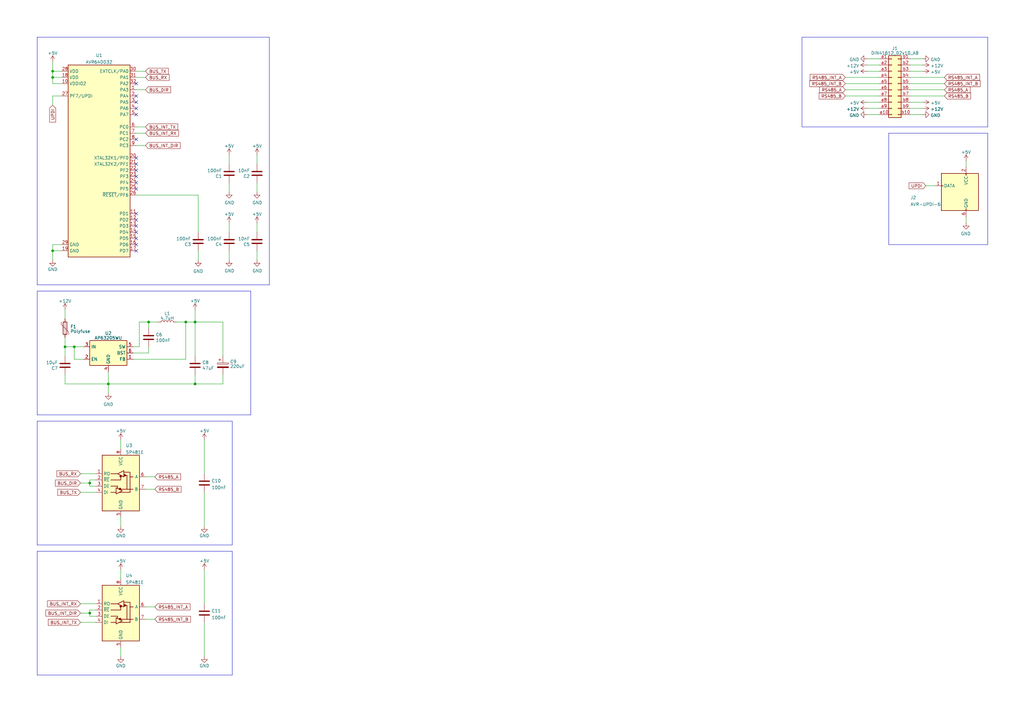
<source format=kicad_sch>
(kicad_sch (version 20230121) (generator eeschema)

  (uuid 6b3569b3-4a36-4be9-bb07-dd1b51db3191)

  (paper "A3")

  (lib_symbols
    (symbol "Connector:AVR-UPDI-6" (pin_names (offset 1.016)) (in_bom yes) (on_board yes)
      (property "Reference" "J" (at -6.35 8.89 0)
        (effects (font (size 1.27 1.27)) (justify left))
      )
      (property "Value" "AVR-UPDI-6" (at 0 8.89 0)
        (effects (font (size 1.27 1.27)) (justify left))
      )
      (property "Footprint" "" (at -6.35 -1.27 90)
        (effects (font (size 1.27 1.27)) hide)
      )
      (property "Datasheet" "https://www.microchip.com/webdoc/GUID-9D10622A-5C16-4405-B092-1BDD437B4976/index.html?GUID-9B349315-2842-4189-B88C-49F4E1055D7F" (at -32.385 -13.97 0)
        (effects (font (size 1.27 1.27)) hide)
      )
      (property "ki_keywords" "AVR UPDI Connector" (at 0 0 0)
        (effects (font (size 1.27 1.27)) hide)
      )
      (property "ki_description" "Atmel 6-pin UPDI connector" (at 0 0 0)
        (effects (font (size 1.27 1.27)) hide)
      )
      (property "ki_fp_filters" "IDC?Header*2x03* Pin?Header*2x03*" (at 0 0 0)
        (effects (font (size 1.27 1.27)) hide)
      )
      (symbol "AVR-UPDI-6_0_1"
        (rectangle (start -2.667 -6.858) (end -2.413 -7.62)
          (stroke (width 0) (type default))
          (fill (type none))
        )
        (rectangle (start -2.667 7.62) (end -2.413 6.858)
          (stroke (width 0) (type default))
          (fill (type none))
        )
        (rectangle (start 7.62 2.667) (end 6.858 2.413)
          (stroke (width 0) (type default))
          (fill (type none))
        )
        (rectangle (start 7.62 7.62) (end -7.62 -7.62)
          (stroke (width 0.254) (type default))
          (fill (type background))
        )
      )
      (symbol "AVR-UPDI-6_1_1"
        (pin passive line (at 10.16 2.54 180) (length 2.54)
          (name "DATA" (effects (font (size 1.27 1.27))))
          (number "1" (effects (font (size 1.27 1.27))))
        )
        (pin passive line (at -2.54 10.16 270) (length 2.54)
          (name "VCC" (effects (font (size 1.27 1.27))))
          (number "2" (effects (font (size 1.27 1.27))))
        )
        (pin no_connect line (at 7.62 0 180) (length 2.54) hide
          (name "NC" (effects (font (size 1.27 1.27))))
          (number "3" (effects (font (size 1.27 1.27))))
        )
        (pin no_connect line (at 7.62 -2.54 180) (length 2.54) hide
          (name "NC" (effects (font (size 1.27 1.27))))
          (number "4" (effects (font (size 1.27 1.27))))
        )
        (pin no_connect line (at 7.62 -5.08 180) (length 2.54) hide
          (name "NC" (effects (font (size 1.27 1.27))))
          (number "5" (effects (font (size 1.27 1.27))))
        )
        (pin passive line (at -2.54 -10.16 90) (length 2.54)
          (name "GND" (effects (font (size 1.27 1.27))))
          (number "6" (effects (font (size 1.27 1.27))))
        )
      )
    )
    (symbol "Connector:DIN41612_02x10_AB" (pin_names (offset 1.016) hide) (in_bom yes) (on_board yes)
      (property "Reference" "J" (at 1.27 12.7 0)
        (effects (font (size 1.27 1.27)))
      )
      (property "Value" "DIN41612_02x10_AB" (at 1.27 -15.24 0)
        (effects (font (size 1.27 1.27)))
      )
      (property "Footprint" "" (at 0 0 0)
        (effects (font (size 1.27 1.27)) hide)
      )
      (property "Datasheet" "~" (at 0 0 0)
        (effects (font (size 1.27 1.27)) hide)
      )
      (property "ki_keywords" "connector" (at 0 0 0)
        (effects (font (size 1.27 1.27)) hide)
      )
      (property "ki_description" "DIN41612 connector, double row (AB), 02x10, script generated (kicad-library-utils/schlib/autogen/connector/)" (at 0 0 0)
        (effects (font (size 1.27 1.27)) hide)
      )
      (property "ki_fp_filters" "DIN41612*2x*" (at 0 0 0)
        (effects (font (size 1.27 1.27)) hide)
      )
      (symbol "DIN41612_02x10_AB_1_1"
        (rectangle (start -1.27 -12.573) (end 0 -12.827)
          (stroke (width 0.1524) (type default))
          (fill (type none))
        )
        (rectangle (start -1.27 -10.033) (end 0 -10.287)
          (stroke (width 0.1524) (type default))
          (fill (type none))
        )
        (rectangle (start -1.27 -7.493) (end 0 -7.747)
          (stroke (width 0.1524) (type default))
          (fill (type none))
        )
        (rectangle (start -1.27 -4.953) (end 0 -5.207)
          (stroke (width 0.1524) (type default))
          (fill (type none))
        )
        (rectangle (start -1.27 -2.413) (end 0 -2.667)
          (stroke (width 0.1524) (type default))
          (fill (type none))
        )
        (rectangle (start -1.27 0.127) (end 0 -0.127)
          (stroke (width 0.1524) (type default))
          (fill (type none))
        )
        (rectangle (start -1.27 2.667) (end 0 2.413)
          (stroke (width 0.1524) (type default))
          (fill (type none))
        )
        (rectangle (start -1.27 5.207) (end 0 4.953)
          (stroke (width 0.1524) (type default))
          (fill (type none))
        )
        (rectangle (start -1.27 7.747) (end 0 7.493)
          (stroke (width 0.1524) (type default))
          (fill (type none))
        )
        (rectangle (start -1.27 10.287) (end 0 10.033)
          (stroke (width 0.1524) (type default))
          (fill (type none))
        )
        (rectangle (start -1.27 11.43) (end 3.81 -13.97)
          (stroke (width 0.254) (type default))
          (fill (type background))
        )
        (rectangle (start 3.81 -12.573) (end 2.54 -12.827)
          (stroke (width 0.1524) (type default))
          (fill (type none))
        )
        (rectangle (start 3.81 -10.033) (end 2.54 -10.287)
          (stroke (width 0.1524) (type default))
          (fill (type none))
        )
        (rectangle (start 3.81 -7.493) (end 2.54 -7.747)
          (stroke (width 0.1524) (type default))
          (fill (type none))
        )
        (rectangle (start 3.81 -4.953) (end 2.54 -5.207)
          (stroke (width 0.1524) (type default))
          (fill (type none))
        )
        (rectangle (start 3.81 -2.413) (end 2.54 -2.667)
          (stroke (width 0.1524) (type default))
          (fill (type none))
        )
        (rectangle (start 3.81 0.127) (end 2.54 -0.127)
          (stroke (width 0.1524) (type default))
          (fill (type none))
        )
        (rectangle (start 3.81 2.667) (end 2.54 2.413)
          (stroke (width 0.1524) (type default))
          (fill (type none))
        )
        (rectangle (start 3.81 5.207) (end 2.54 4.953)
          (stroke (width 0.1524) (type default))
          (fill (type none))
        )
        (rectangle (start 3.81 7.747) (end 2.54 7.493)
          (stroke (width 0.1524) (type default))
          (fill (type none))
        )
        (rectangle (start 3.81 10.287) (end 2.54 10.033)
          (stroke (width 0.1524) (type default))
          (fill (type none))
        )
        (pin passive line (at -5.08 10.16 0) (length 3.81)
          (name "Pin_a1" (effects (font (size 1.27 1.27))))
          (number "a1" (effects (font (size 1.27 1.27))))
        )
        (pin passive line (at -5.08 -12.7 0) (length 3.81)
          (name "Pin_a10" (effects (font (size 1.27 1.27))))
          (number "a10" (effects (font (size 1.27 1.27))))
        )
        (pin passive line (at -5.08 7.62 0) (length 3.81)
          (name "Pin_a2" (effects (font (size 1.27 1.27))))
          (number "a2" (effects (font (size 1.27 1.27))))
        )
        (pin passive line (at -5.08 5.08 0) (length 3.81)
          (name "Pin_a3" (effects (font (size 1.27 1.27))))
          (number "a3" (effects (font (size 1.27 1.27))))
        )
        (pin passive line (at -5.08 2.54 0) (length 3.81)
          (name "Pin_a4" (effects (font (size 1.27 1.27))))
          (number "a4" (effects (font (size 1.27 1.27))))
        )
        (pin passive line (at -5.08 0 0) (length 3.81)
          (name "Pin_a5" (effects (font (size 1.27 1.27))))
          (number "a5" (effects (font (size 1.27 1.27))))
        )
        (pin passive line (at -5.08 -2.54 0) (length 3.81)
          (name "Pin_a6" (effects (font (size 1.27 1.27))))
          (number "a6" (effects (font (size 1.27 1.27))))
        )
        (pin passive line (at -5.08 -5.08 0) (length 3.81)
          (name "Pin_a7" (effects (font (size 1.27 1.27))))
          (number "a7" (effects (font (size 1.27 1.27))))
        )
        (pin passive line (at -5.08 -7.62 0) (length 3.81)
          (name "Pin_a8" (effects (font (size 1.27 1.27))))
          (number "a8" (effects (font (size 1.27 1.27))))
        )
        (pin passive line (at -5.08 -10.16 0) (length 3.81)
          (name "Pin_a9" (effects (font (size 1.27 1.27))))
          (number "a9" (effects (font (size 1.27 1.27))))
        )
        (pin passive line (at 7.62 10.16 180) (length 3.81)
          (name "Pin_b1" (effects (font (size 1.27 1.27))))
          (number "b1" (effects (font (size 1.27 1.27))))
        )
        (pin passive line (at 7.62 -12.7 180) (length 3.81)
          (name "Pin_b10" (effects (font (size 1.27 1.27))))
          (number "b10" (effects (font (size 1.27 1.27))))
        )
        (pin passive line (at 7.62 7.62 180) (length 3.81)
          (name "Pin_b2" (effects (font (size 1.27 1.27))))
          (number "b2" (effects (font (size 1.27 1.27))))
        )
        (pin passive line (at 7.62 5.08 180) (length 3.81)
          (name "Pin_b3" (effects (font (size 1.27 1.27))))
          (number "b3" (effects (font (size 1.27 1.27))))
        )
        (pin passive line (at 7.62 2.54 180) (length 3.81)
          (name "Pin_b4" (effects (font (size 1.27 1.27))))
          (number "b4" (effects (font (size 1.27 1.27))))
        )
        (pin passive line (at 7.62 0 180) (length 3.81)
          (name "Pin_b5" (effects (font (size 1.27 1.27))))
          (number "b5" (effects (font (size 1.27 1.27))))
        )
        (pin passive line (at 7.62 -2.54 180) (length 3.81)
          (name "Pin_b6" (effects (font (size 1.27 1.27))))
          (number "b6" (effects (font (size 1.27 1.27))))
        )
        (pin passive line (at 7.62 -5.08 180) (length 3.81)
          (name "Pin_b7" (effects (font (size 1.27 1.27))))
          (number "b7" (effects (font (size 1.27 1.27))))
        )
        (pin passive line (at 7.62 -7.62 180) (length 3.81)
          (name "Pin_b8" (effects (font (size 1.27 1.27))))
          (number "b8" (effects (font (size 1.27 1.27))))
        )
        (pin passive line (at 7.62 -10.16 180) (length 3.81)
          (name "Pin_b9" (effects (font (size 1.27 1.27))))
          (number "b9" (effects (font (size 1.27 1.27))))
        )
      )
    )
    (symbol "Device:C" (pin_numbers hide) (pin_names (offset 0.254)) (in_bom yes) (on_board yes)
      (property "Reference" "C" (at 0.635 2.54 0)
        (effects (font (size 1.27 1.27)) (justify left))
      )
      (property "Value" "C" (at 0.635 -2.54 0)
        (effects (font (size 1.27 1.27)) (justify left))
      )
      (property "Footprint" "" (at 0.9652 -3.81 0)
        (effects (font (size 1.27 1.27)) hide)
      )
      (property "Datasheet" "~" (at 0 0 0)
        (effects (font (size 1.27 1.27)) hide)
      )
      (property "ki_keywords" "cap capacitor" (at 0 0 0)
        (effects (font (size 1.27 1.27)) hide)
      )
      (property "ki_description" "Unpolarized capacitor" (at 0 0 0)
        (effects (font (size 1.27 1.27)) hide)
      )
      (property "ki_fp_filters" "C_*" (at 0 0 0)
        (effects (font (size 1.27 1.27)) hide)
      )
      (symbol "C_0_1"
        (polyline
          (pts
            (xy -2.032 -0.762)
            (xy 2.032 -0.762)
          )
          (stroke (width 0.508) (type default))
          (fill (type none))
        )
        (polyline
          (pts
            (xy -2.032 0.762)
            (xy 2.032 0.762)
          )
          (stroke (width 0.508) (type default))
          (fill (type none))
        )
      )
      (symbol "C_1_1"
        (pin passive line (at 0 3.81 270) (length 2.794)
          (name "~" (effects (font (size 1.27 1.27))))
          (number "1" (effects (font (size 1.27 1.27))))
        )
        (pin passive line (at 0 -3.81 90) (length 2.794)
          (name "~" (effects (font (size 1.27 1.27))))
          (number "2" (effects (font (size 1.27 1.27))))
        )
      )
    )
    (symbol "Device:C_Polarized" (pin_numbers hide) (pin_names (offset 0.254)) (in_bom yes) (on_board yes)
      (property "Reference" "C" (at 0.635 2.54 0)
        (effects (font (size 1.27 1.27)) (justify left))
      )
      (property "Value" "C_Polarized" (at 0.635 -2.54 0)
        (effects (font (size 1.27 1.27)) (justify left))
      )
      (property "Footprint" "" (at 0.9652 -3.81 0)
        (effects (font (size 1.27 1.27)) hide)
      )
      (property "Datasheet" "~" (at 0 0 0)
        (effects (font (size 1.27 1.27)) hide)
      )
      (property "ki_keywords" "cap capacitor" (at 0 0 0)
        (effects (font (size 1.27 1.27)) hide)
      )
      (property "ki_description" "Polarized capacitor" (at 0 0 0)
        (effects (font (size 1.27 1.27)) hide)
      )
      (property "ki_fp_filters" "CP_*" (at 0 0 0)
        (effects (font (size 1.27 1.27)) hide)
      )
      (symbol "C_Polarized_0_1"
        (rectangle (start -2.286 0.508) (end 2.286 1.016)
          (stroke (width 0) (type default))
          (fill (type none))
        )
        (polyline
          (pts
            (xy -1.778 2.286)
            (xy -0.762 2.286)
          )
          (stroke (width 0) (type default))
          (fill (type none))
        )
        (polyline
          (pts
            (xy -1.27 2.794)
            (xy -1.27 1.778)
          )
          (stroke (width 0) (type default))
          (fill (type none))
        )
        (rectangle (start 2.286 -0.508) (end -2.286 -1.016)
          (stroke (width 0) (type default))
          (fill (type outline))
        )
      )
      (symbol "C_Polarized_1_1"
        (pin passive line (at 0 3.81 270) (length 2.794)
          (name "~" (effects (font (size 1.27 1.27))))
          (number "1" (effects (font (size 1.27 1.27))))
        )
        (pin passive line (at 0 -3.81 90) (length 2.794)
          (name "~" (effects (font (size 1.27 1.27))))
          (number "2" (effects (font (size 1.27 1.27))))
        )
      )
    )
    (symbol "Device:L" (pin_numbers hide) (pin_names (offset 1.016) hide) (in_bom yes) (on_board yes)
      (property "Reference" "L" (at -1.27 0 90)
        (effects (font (size 1.27 1.27)))
      )
      (property "Value" "L" (at 1.905 0 90)
        (effects (font (size 1.27 1.27)))
      )
      (property "Footprint" "" (at 0 0 0)
        (effects (font (size 1.27 1.27)) hide)
      )
      (property "Datasheet" "~" (at 0 0 0)
        (effects (font (size 1.27 1.27)) hide)
      )
      (property "ki_keywords" "inductor choke coil reactor magnetic" (at 0 0 0)
        (effects (font (size 1.27 1.27)) hide)
      )
      (property "ki_description" "Inductor" (at 0 0 0)
        (effects (font (size 1.27 1.27)) hide)
      )
      (property "ki_fp_filters" "Choke_* *Coil* Inductor_* L_*" (at 0 0 0)
        (effects (font (size 1.27 1.27)) hide)
      )
      (symbol "L_0_1"
        (arc (start 0 -2.54) (mid 0.6323 -1.905) (end 0 -1.27)
          (stroke (width 0) (type default))
          (fill (type none))
        )
        (arc (start 0 -1.27) (mid 0.6323 -0.635) (end 0 0)
          (stroke (width 0) (type default))
          (fill (type none))
        )
        (arc (start 0 0) (mid 0.6323 0.635) (end 0 1.27)
          (stroke (width 0) (type default))
          (fill (type none))
        )
        (arc (start 0 1.27) (mid 0.6323 1.905) (end 0 2.54)
          (stroke (width 0) (type default))
          (fill (type none))
        )
      )
      (symbol "L_1_1"
        (pin passive line (at 0 3.81 270) (length 1.27)
          (name "1" (effects (font (size 1.27 1.27))))
          (number "1" (effects (font (size 1.27 1.27))))
        )
        (pin passive line (at 0 -3.81 90) (length 1.27)
          (name "2" (effects (font (size 1.27 1.27))))
          (number "2" (effects (font (size 1.27 1.27))))
        )
      )
    )
    (symbol "Device:Polyfuse" (pin_numbers hide) (pin_names (offset 0)) (in_bom yes) (on_board yes)
      (property "Reference" "F" (at -2.54 0 90)
        (effects (font (size 1.27 1.27)))
      )
      (property "Value" "Polyfuse" (at 2.54 0 90)
        (effects (font (size 1.27 1.27)))
      )
      (property "Footprint" "" (at 1.27 -5.08 0)
        (effects (font (size 1.27 1.27)) (justify left) hide)
      )
      (property "Datasheet" "~" (at 0 0 0)
        (effects (font (size 1.27 1.27)) hide)
      )
      (property "ki_keywords" "resettable fuse PTC PPTC polyfuse polyswitch" (at 0 0 0)
        (effects (font (size 1.27 1.27)) hide)
      )
      (property "ki_description" "Resettable fuse, polymeric positive temperature coefficient" (at 0 0 0)
        (effects (font (size 1.27 1.27)) hide)
      )
      (property "ki_fp_filters" "*polyfuse* *PTC*" (at 0 0 0)
        (effects (font (size 1.27 1.27)) hide)
      )
      (symbol "Polyfuse_0_1"
        (rectangle (start -0.762 2.54) (end 0.762 -2.54)
          (stroke (width 0.254) (type default))
          (fill (type none))
        )
        (polyline
          (pts
            (xy 0 2.54)
            (xy 0 -2.54)
          )
          (stroke (width 0) (type default))
          (fill (type none))
        )
        (polyline
          (pts
            (xy -1.524 2.54)
            (xy -1.524 1.524)
            (xy 1.524 -1.524)
            (xy 1.524 -2.54)
          )
          (stroke (width 0) (type default))
          (fill (type none))
        )
      )
      (symbol "Polyfuse_1_1"
        (pin passive line (at 0 3.81 270) (length 1.27)
          (name "~" (effects (font (size 1.27 1.27))))
          (number "1" (effects (font (size 1.27 1.27))))
        )
        (pin passive line (at 0 -3.81 90) (length 1.27)
          (name "~" (effects (font (size 1.27 1.27))))
          (number "2" (effects (font (size 1.27 1.27))))
        )
      )
    )
    (symbol "Regulator_Switching:AP63205WU" (in_bom yes) (on_board yes)
      (property "Reference" "U" (at -7.62 6.35 0)
        (effects (font (size 1.27 1.27)))
      )
      (property "Value" "AP63205WU" (at 2.54 6.35 0)
        (effects (font (size 1.27 1.27)))
      )
      (property "Footprint" "Package_TO_SOT_SMD:TSOT-23-6" (at 0 -22.86 0)
        (effects (font (size 1.27 1.27)) hide)
      )
      (property "Datasheet" "https://www.diodes.com/assets/Datasheets/AP63200-AP63201-AP63203-AP63205.pdf" (at 0 0 0)
        (effects (font (size 1.27 1.27)) hide)
      )
      (property "ki_keywords" "2A Buck DC/DC" (at 0 0 0)
        (effects (font (size 1.27 1.27)) hide)
      )
      (property "ki_description" "2A, 1.1MHz Buck DC/DC Converter, fixed 5.0V output voltage, TSOT-23-6" (at 0 0 0)
        (effects (font (size 1.27 1.27)) hide)
      )
      (property "ki_fp_filters" "TSOT?23*" (at 0 0 0)
        (effects (font (size 1.27 1.27)) hide)
      )
      (symbol "AP63205WU_0_1"
        (rectangle (start -7.62 5.08) (end 7.62 -5.08)
          (stroke (width 0.254) (type default))
          (fill (type background))
        )
      )
      (symbol "AP63205WU_1_1"
        (pin input line (at 10.16 -2.54 180) (length 2.54)
          (name "FB" (effects (font (size 1.27 1.27))))
          (number "1" (effects (font (size 1.27 1.27))))
        )
        (pin input line (at -10.16 -2.54 0) (length 2.54)
          (name "EN" (effects (font (size 1.27 1.27))))
          (number "2" (effects (font (size 1.27 1.27))))
        )
        (pin power_in line (at -10.16 2.54 0) (length 2.54)
          (name "IN" (effects (font (size 1.27 1.27))))
          (number "3" (effects (font (size 1.27 1.27))))
        )
        (pin power_in line (at 0 -7.62 90) (length 2.54)
          (name "GND" (effects (font (size 1.27 1.27))))
          (number "4" (effects (font (size 1.27 1.27))))
        )
        (pin output line (at 10.16 2.54 180) (length 2.54)
          (name "SW" (effects (font (size 1.27 1.27))))
          (number "5" (effects (font (size 1.27 1.27))))
        )
        (pin passive line (at 10.16 0 180) (length 2.54)
          (name "BST" (effects (font (size 1.27 1.27))))
          (number "6" (effects (font (size 1.27 1.27))))
        )
      )
    )
    (symbol "kiu:AVR64DD32" (in_bom yes) (on_board yes)
      (property "Reference" "U" (at -12.7 -19.05 0)
        (effects (font (size 1.27 1.27)))
      )
      (property "Value" "AVR64DD32" (at 7.62 -19.05 0)
        (effects (font (size 1.27 1.27)))
      )
      (property "Footprint" "" (at 0 0 0)
        (effects (font (size 1.27 1.27)) hide)
      )
      (property "Datasheet" "" (at 0 0 0)
        (effects (font (size 1.27 1.27)) hide)
      )
      (symbol "AVR64DD32_0_1"
        (rectangle (start -12.7 -20.32) (end 12.7 -99.06)
          (stroke (width 0.254) (type default))
          (fill (type background))
        )
      )
      (symbol "AVR64DD32_1_1"
        (pin bidirectional line (at 15.24 -30.48 180) (length 2.54)
          (name "PA3" (effects (font (size 1.27 1.27))))
          (number "1" (effects (font (size 1.27 1.27))))
        )
        (pin power_in line (at -15.24 -27.94 0) (length 2.54)
          (name "VDDIO2" (effects (font (size 1.27 1.27))))
          (number "10" (effects (font (size 1.27 1.27))))
        )
        (pin bidirectional line (at 15.24 -81.28 180) (length 2.54)
          (name "PD1" (effects (font (size 1.27 1.27))))
          (number "11" (effects (font (size 1.27 1.27))))
        )
        (pin bidirectional line (at 15.24 -83.82 180) (length 2.54)
          (name "PD2" (effects (font (size 1.27 1.27))))
          (number "12" (effects (font (size 1.27 1.27))))
        )
        (pin bidirectional line (at 15.24 -86.36 180) (length 2.54)
          (name "PD3" (effects (font (size 1.27 1.27))))
          (number "13" (effects (font (size 1.27 1.27))))
        )
        (pin bidirectional line (at 15.24 -88.9 180) (length 2.54)
          (name "PD4" (effects (font (size 1.27 1.27))))
          (number "14" (effects (font (size 1.27 1.27))))
        )
        (pin bidirectional line (at 15.24 -91.44 180) (length 2.54)
          (name "PD5" (effects (font (size 1.27 1.27))))
          (number "15" (effects (font (size 1.27 1.27))))
        )
        (pin bidirectional line (at 15.24 -93.98 180) (length 2.54)
          (name "PD6" (effects (font (size 1.27 1.27))))
          (number "16" (effects (font (size 1.27 1.27))))
        )
        (pin bidirectional line (at 15.24 -96.52 180) (length 2.54)
          (name "PD7" (effects (font (size 1.27 1.27))))
          (number "17" (effects (font (size 1.27 1.27))))
        )
        (pin power_in line (at -15.24 -25.4 0) (length 2.54)
          (name "VDD" (effects (font (size 1.27 1.27))))
          (number "18" (effects (font (size 1.27 1.27))))
        )
        (pin power_in line (at -15.24 -96.52 0) (length 2.54)
          (name "GND" (effects (font (size 1.27 1.27))))
          (number "19" (effects (font (size 1.27 1.27))))
        )
        (pin bidirectional line (at 15.24 -33.02 180) (length 2.54)
          (name "PA4" (effects (font (size 1.27 1.27))))
          (number "2" (effects (font (size 1.27 1.27))))
        )
        (pin bidirectional line (at 15.24 -58.42 180) (length 2.54)
          (name "XTAL32K1/PF0" (effects (font (size 1.27 1.27))))
          (number "20" (effects (font (size 1.27 1.27))))
        )
        (pin bidirectional line (at 15.24 -60.96 180) (length 2.54)
          (name "XTAL32K2/PF1" (effects (font (size 1.27 1.27))))
          (number "21" (effects (font (size 1.27 1.27))))
        )
        (pin bidirectional line (at 15.24 -63.5 180) (length 2.54)
          (name "PF2" (effects (font (size 1.27 1.27))))
          (number "22" (effects (font (size 1.27 1.27))))
        )
        (pin bidirectional line (at 15.24 -66.04 180) (length 2.54)
          (name "PF3" (effects (font (size 1.27 1.27))))
          (number "23" (effects (font (size 1.27 1.27))))
        )
        (pin bidirectional line (at 15.24 -68.58 180) (length 2.54)
          (name "PF4" (effects (font (size 1.27 1.27))))
          (number "24" (effects (font (size 1.27 1.27))))
        )
        (pin bidirectional line (at 15.24 -71.12 180) (length 2.54)
          (name "PF5" (effects (font (size 1.27 1.27))))
          (number "25" (effects (font (size 1.27 1.27))))
        )
        (pin input line (at 15.24 -73.66 180) (length 2.54)
          (name "~{RESET}/PF6" (effects (font (size 1.27 1.27))))
          (number "26" (effects (font (size 1.27 1.27))))
        )
        (pin bidirectional line (at -15.24 -33.02 0) (length 2.54)
          (name "PF7/UPDI" (effects (font (size 1.27 1.27))))
          (number "27" (effects (font (size 1.27 1.27))))
        )
        (pin power_in line (at -15.24 -22.86 0) (length 2.54)
          (name "VDD" (effects (font (size 1.27 1.27))))
          (number "28" (effects (font (size 1.27 1.27))))
        )
        (pin power_in line (at -15.24 -93.98 0) (length 2.54)
          (name "GND" (effects (font (size 1.27 1.27))))
          (number "29" (effects (font (size 1.27 1.27))))
        )
        (pin bidirectional line (at 15.24 -35.56 180) (length 2.54)
          (name "PA5" (effects (font (size 1.27 1.27))))
          (number "3" (effects (font (size 1.27 1.27))))
        )
        (pin bidirectional line (at 15.24 -22.86 180) (length 2.54)
          (name "EXTCLK/PA0" (effects (font (size 1.27 1.27))))
          (number "30" (effects (font (size 1.27 1.27))))
        )
        (pin bidirectional line (at 15.24 -25.4 180) (length 2.54)
          (name "PA1" (effects (font (size 1.27 1.27))))
          (number "31" (effects (font (size 1.27 1.27))))
        )
        (pin bidirectional line (at 15.24 -27.94 180) (length 2.54)
          (name "PA2" (effects (font (size 1.27 1.27))))
          (number "32" (effects (font (size 1.27 1.27))))
        )
        (pin bidirectional line (at 15.24 -38.1 180) (length 2.54)
          (name "PA6" (effects (font (size 1.27 1.27))))
          (number "4" (effects (font (size 1.27 1.27))))
        )
        (pin bidirectional line (at 15.24 -40.64 180) (length 2.54)
          (name "PA7" (effects (font (size 1.27 1.27))))
          (number "5" (effects (font (size 1.27 1.27))))
        )
        (pin bidirectional line (at 15.24 -45.72 180) (length 2.54)
          (name "PC0" (effects (font (size 1.27 1.27))))
          (number "6" (effects (font (size 1.27 1.27))))
        )
        (pin bidirectional line (at 15.24 -48.26 180) (length 2.54)
          (name "PC1" (effects (font (size 1.27 1.27))))
          (number "7" (effects (font (size 1.27 1.27))))
        )
        (pin bidirectional line (at 15.24 -50.8 180) (length 2.54)
          (name "PC2" (effects (font (size 1.27 1.27))))
          (number "8" (effects (font (size 1.27 1.27))))
        )
        (pin bidirectional line (at 15.24 -53.34 180) (length 2.54)
          (name "PC3" (effects (font (size 1.27 1.27))))
          (number "9" (effects (font (size 1.27 1.27))))
        )
      )
    )
    (symbol "kiu:SP481E" (in_bom yes) (on_board yes)
      (property "Reference" "U" (at 3.81 12.7 0)
        (effects (font (size 1.27 1.27)))
      )
      (property "Value" "SP481E" (at 7.62 -12.7 0)
        (effects (font (size 1.27 1.27)) (justify right))
      )
      (property "Footprint" "" (at 0 0 0)
        (effects (font (size 1.27 1.27)) hide)
      )
      (property "Datasheet" "" (at 0 0 0)
        (effects (font (size 1.27 1.27)) hide)
      )
      (symbol "SP481E_0_1"
        (rectangle (start -7.62 11.43) (end 7.62 -11.43)
          (stroke (width 0.254) (type default))
          (fill (type background))
        )
        (circle (center -0.3048 -2.413) (radius 0.3556)
          (stroke (width 0.254) (type default))
          (fill (type outline))
        )
        (circle (center -0.0254 2.7686) (radius 0.3556)
          (stroke (width 0.254) (type default))
          (fill (type outline))
        )
        (polyline
          (pts
            (xy -4.064 -3.81)
            (xy -1.905 -3.81)
          )
          (stroke (width 0.254) (type default))
          (fill (type none))
        )
        (polyline
          (pts
            (xy -4.064 3.81)
            (xy -1.27 3.81)
          )
          (stroke (width 0.254) (type default))
          (fill (type none))
        )
        (polyline
          (pts
            (xy -1.27 -1.9304)
            (xy -1.27 -2.1844)
          )
          (stroke (width 0.254) (type default))
          (fill (type none))
        )
        (polyline
          (pts
            (xy -0.635 -3.81)
            (xy 3.81 -3.81)
          )
          (stroke (width 0.254) (type default))
          (fill (type none))
        )
        (polyline
          (pts
            (xy 1.27 3.175)
            (xy 2.54 3.175)
          )
          (stroke (width 0.254) (type default))
          (fill (type none))
        )
        (polyline
          (pts
            (xy 2.54 -2.54)
            (xy 5.08 -2.54)
          )
          (stroke (width 0.254) (type default))
          (fill (type none))
        )
        (polyline
          (pts
            (xy 3.81 2.54)
            (xy 5.08 2.54)
          )
          (stroke (width 0.254) (type default))
          (fill (type none))
        )
        (polyline
          (pts
            (xy -4.064 -1.27)
            (xy -1.27 -1.27)
            (xy -1.27 -1.905)
          )
          (stroke (width 0.254) (type default))
          (fill (type none))
        )
        (polyline
          (pts
            (xy 0 2.54)
            (xy 0 1.27)
            (xy -4.064 1.27)
          )
          (stroke (width 0.254) (type default))
          (fill (type none))
        )
        (polyline
          (pts
            (xy 1.27 4.445)
            (xy 3.81 4.445)
            (xy 3.81 -3.81)
          )
          (stroke (width 0.254) (type default))
          (fill (type none))
        )
        (polyline
          (pts
            (xy 2.54 3.175)
            (xy 2.54 -2.54)
            (xy 0 -2.54)
          )
          (stroke (width 0.254) (type default))
          (fill (type none))
        )
        (polyline
          (pts
            (xy -1.905 -1.905)
            (xy -1.905 -4.445)
            (xy 0.635 -3.175)
            (xy -1.905 -1.905)
          )
          (stroke (width 0.254) (type default))
          (fill (type none))
        )
        (polyline
          (pts
            (xy -1.27 3.81)
            (xy 1.27 5.08)
            (xy 1.27 2.54)
            (xy -1.27 3.81)
          )
          (stroke (width 0.254) (type default))
          (fill (type none))
        )
        (rectangle (start 1.27 4.445) (end 1.27 4.445)
          (stroke (width 0) (type default))
          (fill (type none))
        )
        (circle (center 1.651 3.175) (radius 0.3556)
          (stroke (width 0.254) (type default))
          (fill (type outline))
        )
      )
      (symbol "SP481E_1_1"
        (pin output line (at -10.16 3.81 0) (length 2.54)
          (name "RO" (effects (font (size 1.27 1.27))))
          (number "1" (effects (font (size 1.27 1.27))))
        )
        (pin input line (at -10.16 1.27 0) (length 2.54)
          (name "~{RE}" (effects (font (size 1.27 1.27))))
          (number "2" (effects (font (size 1.27 1.27))))
        )
        (pin input line (at -10.16 -1.27 0) (length 2.54)
          (name "DE" (effects (font (size 1.27 1.27))))
          (number "3" (effects (font (size 1.27 1.27))))
        )
        (pin input line (at -10.16 -3.81 0) (length 2.54)
          (name "DI" (effects (font (size 1.27 1.27))))
          (number "4" (effects (font (size 1.27 1.27))))
        )
        (pin power_in line (at 0 -13.97 90) (length 2.54)
          (name "GND" (effects (font (size 1.27 1.27))))
          (number "5" (effects (font (size 1.27 1.27))))
        )
        (pin bidirectional line (at 10.16 2.54 180) (length 2.54)
          (name "A" (effects (font (size 1.27 1.27))))
          (number "6" (effects (font (size 1.27 1.27))))
        )
        (pin bidirectional line (at 10.16 -2.54 180) (length 2.54)
          (name "B" (effects (font (size 1.27 1.27))))
          (number "7" (effects (font (size 1.27 1.27))))
        )
        (pin power_in line (at 0 13.97 270) (length 2.54)
          (name "VCC" (effects (font (size 1.27 1.27))))
          (number "8" (effects (font (size 1.27 1.27))))
        )
      )
    )
    (symbol "power:+12V" (power) (pin_names (offset 0)) (in_bom yes) (on_board yes)
      (property "Reference" "#PWR" (at 0 -3.81 0)
        (effects (font (size 1.27 1.27)) hide)
      )
      (property "Value" "+12V" (at 0 3.556 0)
        (effects (font (size 1.27 1.27)))
      )
      (property "Footprint" "" (at 0 0 0)
        (effects (font (size 1.27 1.27)) hide)
      )
      (property "Datasheet" "" (at 0 0 0)
        (effects (font (size 1.27 1.27)) hide)
      )
      (property "ki_keywords" "global power" (at 0 0 0)
        (effects (font (size 1.27 1.27)) hide)
      )
      (property "ki_description" "Power symbol creates a global label with name \"+12V\"" (at 0 0 0)
        (effects (font (size 1.27 1.27)) hide)
      )
      (symbol "+12V_0_1"
        (polyline
          (pts
            (xy -0.762 1.27)
            (xy 0 2.54)
          )
          (stroke (width 0) (type default))
          (fill (type none))
        )
        (polyline
          (pts
            (xy 0 0)
            (xy 0 2.54)
          )
          (stroke (width 0) (type default))
          (fill (type none))
        )
        (polyline
          (pts
            (xy 0 2.54)
            (xy 0.762 1.27)
          )
          (stroke (width 0) (type default))
          (fill (type none))
        )
      )
      (symbol "+12V_1_1"
        (pin power_in line (at 0 0 90) (length 0) hide
          (name "+12V" (effects (font (size 1.27 1.27))))
          (number "1" (effects (font (size 1.27 1.27))))
        )
      )
    )
    (symbol "power:+5V" (power) (pin_names (offset 0)) (in_bom yes) (on_board yes)
      (property "Reference" "#PWR" (at 0 -3.81 0)
        (effects (font (size 1.27 1.27)) hide)
      )
      (property "Value" "+5V" (at 0 3.556 0)
        (effects (font (size 1.27 1.27)))
      )
      (property "Footprint" "" (at 0 0 0)
        (effects (font (size 1.27 1.27)) hide)
      )
      (property "Datasheet" "" (at 0 0 0)
        (effects (font (size 1.27 1.27)) hide)
      )
      (property "ki_keywords" "global power" (at 0 0 0)
        (effects (font (size 1.27 1.27)) hide)
      )
      (property "ki_description" "Power symbol creates a global label with name \"+5V\"" (at 0 0 0)
        (effects (font (size 1.27 1.27)) hide)
      )
      (symbol "+5V_0_1"
        (polyline
          (pts
            (xy -0.762 1.27)
            (xy 0 2.54)
          )
          (stroke (width 0) (type default))
          (fill (type none))
        )
        (polyline
          (pts
            (xy 0 0)
            (xy 0 2.54)
          )
          (stroke (width 0) (type default))
          (fill (type none))
        )
        (polyline
          (pts
            (xy 0 2.54)
            (xy 0.762 1.27)
          )
          (stroke (width 0) (type default))
          (fill (type none))
        )
      )
      (symbol "+5V_1_1"
        (pin power_in line (at 0 0 90) (length 0) hide
          (name "+5V" (effects (font (size 1.27 1.27))))
          (number "1" (effects (font (size 1.27 1.27))))
        )
      )
    )
    (symbol "power:GND" (power) (pin_names (offset 0)) (in_bom yes) (on_board yes)
      (property "Reference" "#PWR" (at 0 -6.35 0)
        (effects (font (size 1.27 1.27)) hide)
      )
      (property "Value" "GND" (at 0 -3.81 0)
        (effects (font (size 1.27 1.27)))
      )
      (property "Footprint" "" (at 0 0 0)
        (effects (font (size 1.27 1.27)) hide)
      )
      (property "Datasheet" "" (at 0 0 0)
        (effects (font (size 1.27 1.27)) hide)
      )
      (property "ki_keywords" "global power" (at 0 0 0)
        (effects (font (size 1.27 1.27)) hide)
      )
      (property "ki_description" "Power symbol creates a global label with name \"GND\" , ground" (at 0 0 0)
        (effects (font (size 1.27 1.27)) hide)
      )
      (symbol "GND_0_1"
        (polyline
          (pts
            (xy 0 0)
            (xy 0 -1.27)
            (xy 1.27 -1.27)
            (xy 0 -2.54)
            (xy -1.27 -1.27)
            (xy 0 -1.27)
          )
          (stroke (width 0) (type default))
          (fill (type none))
        )
      )
      (symbol "GND_1_1"
        (pin power_in line (at 0 0 270) (length 0) hide
          (name "GND" (effects (font (size 1.27 1.27))))
          (number "1" (effects (font (size 1.27 1.27))))
        )
      )
    )
  )

  (junction (at 80.01 132.08) (diameter 0) (color 0 0 0 0)
    (uuid 0558b0fc-8855-47fd-88fc-26b7dad268e5)
  )
  (junction (at 21.59 29.21) (diameter 0) (color 0 0 0 0)
    (uuid 39a3bc78-d197-4cc8-9d40-5343e259d330)
  )
  (junction (at 36.83 251.46) (diameter 0) (color 0 0 0 0)
    (uuid 78c5491d-70d5-4236-8fe4-6bf808ffe38f)
  )
  (junction (at 76.2 132.08) (diameter 0) (color 0 0 0 0)
    (uuid 91462b0c-dc12-4402-b2d0-072c237894b5)
  )
  (junction (at 21.59 102.87) (diameter 0) (color 0 0 0 0)
    (uuid b8c2cb59-653d-4575-9b77-403debd44018)
  )
  (junction (at 36.83 198.12) (diameter 0) (color 0 0 0 0)
    (uuid b90c7335-bcb2-49e7-879c-85c5f25690d9)
  )
  (junction (at 30.48 142.24) (diameter 0) (color 0 0 0 0)
    (uuid b9ecf788-9671-4ff9-85ab-755f61ce674e)
  )
  (junction (at 60.96 132.08) (diameter 0) (color 0 0 0 0)
    (uuid d6ed0b88-1042-4b8b-b34e-9dfd9f5718c2)
  )
  (junction (at 26.67 142.24) (diameter 0) (color 0 0 0 0)
    (uuid e8b65ffc-75d4-4d3c-861a-0d650e97fce9)
  )
  (junction (at 80.01 157.48) (diameter 0) (color 0 0 0 0)
    (uuid ecf09b56-5fb9-4ac7-a28f-43a17c5bde40)
  )
  (junction (at 21.59 31.75) (diameter 0) (color 0 0 0 0)
    (uuid f322fa02-6c9a-4bd7-8ccf-e5db30732b7f)
  )
  (junction (at 44.45 157.48) (diameter 0) (color 0 0 0 0)
    (uuid ffef94bb-5ab4-461f-8ff0-ca16ed7f6336)
  )

  (no_connect (at 55.88 44.45) (uuid 2444fd67-d624-494d-ae03-e67f66a13d10))
  (no_connect (at 55.88 67.31) (uuid 3d8544a8-0fed-4f14-913a-cdf13644d45e))
  (no_connect (at 55.88 92.71) (uuid 4438029b-f2d0-406d-bc96-8c8fe0be2bbe))
  (no_connect (at 55.88 39.37) (uuid 4e74aa18-fe75-494b-a6eb-56d6ba8420fe))
  (no_connect (at 55.88 102.87) (uuid 646766ff-33cf-43a5-93c1-341dd97e9c44))
  (no_connect (at 55.88 34.29) (uuid 6806f45c-71a0-40a3-a756-c88f10d5d9f0))
  (no_connect (at 55.88 64.77) (uuid 69a3a194-eccc-486a-86cd-c1a3b7b05f43))
  (no_connect (at 55.88 72.39) (uuid 7aa7d6cb-6ea0-4bd3-9b44-03dd586a30dc))
  (no_connect (at 55.88 74.93) (uuid 7ae28494-b26c-4725-b8bf-343e9531ae99))
  (no_connect (at 55.88 95.25) (uuid 99094cc5-9471-4304-92f0-54d131616d1b))
  (no_connect (at 55.88 77.47) (uuid a43c784f-ff11-49f3-9f30-82c1d04039ac))
  (no_connect (at 55.88 100.33) (uuid a53dfbc3-00ae-46dd-97b4-d9051d962f96))
  (no_connect (at 55.88 69.85) (uuid a9d59674-6d0f-4c25-9d1b-57fb4af8c4ce))
  (no_connect (at 55.88 46.99) (uuid bb52ad67-10fa-4f03-9b94-dde2a8484bbc))
  (no_connect (at 55.88 41.91) (uuid d1b2a98c-719c-48da-ab69-c8876199a008))
  (no_connect (at 55.88 90.17) (uuid d9f8a333-ce91-4387-8dd5-70dbfe890252))
  (no_connect (at 55.88 97.79) (uuid e636eb92-d60e-4b66-9c9c-e768dc32be20))
  (no_connect (at 55.88 57.15) (uuid eb299e87-0353-420b-9ac4-aeda031b5887))
  (no_connect (at 55.88 87.63) (uuid ecc44fb5-27a3-4493-b261-624d5a37d5a9))

  (wire (pts (xy 373.38 39.37) (xy 387.35 39.37))
    (stroke (width 0) (type default))
    (uuid 022063b7-b7b8-4581-9435-210946db142e)
  )
  (wire (pts (xy 80.01 127) (xy 80.01 132.08))
    (stroke (width 0) (type default))
    (uuid 04d0460b-d218-4f6c-9d84-bbf114b78daf)
  )
  (wire (pts (xy 60.96 132.08) (xy 64.77 132.08))
    (stroke (width 0) (type default))
    (uuid 055fb9b6-8bd6-46b4-a5a4-15ab2c309478)
  )
  (wire (pts (xy 105.41 91.44) (xy 105.41 95.25))
    (stroke (width 0) (type default))
    (uuid 09b75897-04f0-4423-96f8-b5d2eb47b7c7)
  )
  (wire (pts (xy 105.41 102.87) (xy 105.41 106.68))
    (stroke (width 0) (type default))
    (uuid 0acfdb03-6710-4c24-a635-28c399803398)
  )
  (wire (pts (xy 21.59 31.75) (xy 21.59 34.29))
    (stroke (width 0) (type default))
    (uuid 0fb16016-834f-46d2-bf71-452c87b47874)
  )
  (wire (pts (xy 30.48 147.32) (xy 30.48 142.24))
    (stroke (width 0) (type default))
    (uuid 106ccdd5-e762-41d7-a646-d93f79c86187)
  )
  (wire (pts (xy 59.69 200.66) (xy 63.5 200.66))
    (stroke (width 0) (type default))
    (uuid 10ad0159-3316-4e32-9235-cf4ec1f6ca63)
  )
  (wire (pts (xy 26.67 142.24) (xy 30.48 142.24))
    (stroke (width 0) (type default))
    (uuid 1232dc6e-a6be-4078-84eb-410e0b3419fd)
  )
  (wire (pts (xy 355.6 41.91) (xy 360.68 41.91))
    (stroke (width 0) (type default))
    (uuid 19e54137-0e95-4cb8-8e26-bafb0aa82e58)
  )
  (wire (pts (xy 30.48 142.24) (xy 34.29 142.24))
    (stroke (width 0) (type default))
    (uuid 1c790276-b53c-415a-8689-ad3d19892304)
  )
  (polyline (pts (xy 15.24 226.06) (xy 95.25 226.06))
    (stroke (width 0) (type default))
    (uuid 1fffd71b-19f4-41a2-975a-34c20e12b66a)
  )

  (wire (pts (xy 93.98 74.93) (xy 93.98 78.74))
    (stroke (width 0) (type default))
    (uuid 22a77bce-2b7f-491a-ade5-5499f1c05109)
  )
  (wire (pts (xy 21.59 102.87) (xy 25.4 102.87))
    (stroke (width 0) (type default))
    (uuid 233bbc3a-4a35-422e-8108-b74a81f465c6)
  )
  (wire (pts (xy 25.4 34.29) (xy 21.59 34.29))
    (stroke (width 0) (type default))
    (uuid 29111cb9-935d-41ed-9390-272ad9bb2eb8)
  )
  (wire (pts (xy 25.4 29.21) (xy 21.59 29.21))
    (stroke (width 0) (type default))
    (uuid 2930f3c4-60a4-480f-847b-7c0d17cb18d2)
  )
  (wire (pts (xy 83.82 201.93) (xy 83.82 215.9))
    (stroke (width 0) (type default))
    (uuid 2aae4902-e3ac-4a99-aa2a-de3acdf7e4b8)
  )
  (wire (pts (xy 55.88 29.21) (xy 59.69 29.21))
    (stroke (width 0) (type default))
    (uuid 2ad35802-d186-4000-95d7-8e8e4c31b64b)
  )
  (wire (pts (xy 44.45 157.48) (xy 80.01 157.48))
    (stroke (width 0) (type default))
    (uuid 2adb971c-bcf6-4a13-b308-147749f6844a)
  )
  (wire (pts (xy 355.6 29.21) (xy 360.68 29.21))
    (stroke (width 0) (type default))
    (uuid 3031e895-3d22-4f14-885a-890be34c751e)
  )
  (wire (pts (xy 36.83 250.19) (xy 36.83 251.46))
    (stroke (width 0) (type default))
    (uuid 30456c34-9323-42f2-9de3-4bf629804fce)
  )
  (wire (pts (xy 54.61 144.78) (xy 60.96 144.78))
    (stroke (width 0) (type default))
    (uuid 31d75b58-8040-4c3b-a9d5-cb3216372a85)
  )
  (wire (pts (xy 396.24 88.9) (xy 396.24 91.44))
    (stroke (width 0) (type default))
    (uuid 35df5079-a8e5-4e72-930b-a445e9b25807)
  )
  (wire (pts (xy 36.83 196.85) (xy 36.83 198.12))
    (stroke (width 0) (type default))
    (uuid 361730bb-d6e5-4e50-8a9c-fe827ab7add7)
  )
  (wire (pts (xy 373.38 36.83) (xy 387.35 36.83))
    (stroke (width 0) (type default))
    (uuid 3aa3845c-1278-43db-8448-542821130cdd)
  )
  (wire (pts (xy 59.69 248.92) (xy 63.5 248.92))
    (stroke (width 0) (type default))
    (uuid 3ee99f68-2dd2-415b-a229-185b3e27f465)
  )
  (wire (pts (xy 33.02 251.46) (xy 36.83 251.46))
    (stroke (width 0) (type default))
    (uuid 3f74b665-4b89-45f9-a135-06447dd084f1)
  )
  (wire (pts (xy 49.53 265.43) (xy 49.53 269.24))
    (stroke (width 0) (type default))
    (uuid 40a53830-d568-4e82-8ef1-55a757bcd83f)
  )
  (wire (pts (xy 55.88 31.75) (xy 59.69 31.75))
    (stroke (width 0) (type default))
    (uuid 416b3659-e69b-45fb-8b67-5c1ed13836cf)
  )
  (wire (pts (xy 26.67 153.67) (xy 26.67 157.48))
    (stroke (width 0) (type default))
    (uuid 41d70af2-fa52-48a5-83e2-05c2648701b7)
  )
  (wire (pts (xy 76.2 132.08) (xy 80.01 132.08))
    (stroke (width 0) (type default))
    (uuid 475fdb44-2998-4444-8624-b52a8a37c944)
  )
  (polyline (pts (xy 95.25 226.06) (xy 95.25 276.86))
    (stroke (width 0) (type default))
    (uuid 478618bb-cdea-4b5e-8e98-381fa3d97051)
  )

  (wire (pts (xy 83.82 255.27) (xy 83.82 269.24))
    (stroke (width 0) (type default))
    (uuid 48645c09-d1c2-4144-a7ac-2fd121351238)
  )
  (wire (pts (xy 76.2 147.32) (xy 76.2 132.08))
    (stroke (width 0) (type default))
    (uuid 4953cac3-2779-46f6-a903-12676e919579)
  )
  (wire (pts (xy 25.4 100.33) (xy 21.59 100.33))
    (stroke (width 0) (type default))
    (uuid 4cacf0eb-4855-4cf2-b077-af6c800dbb58)
  )
  (polyline (pts (xy 95.25 172.72) (xy 95.25 223.52))
    (stroke (width 0) (type default))
    (uuid 4d318e86-93cd-4c3d-8d16-0e20dedb1067)
  )

  (wire (pts (xy 81.28 102.87) (xy 81.28 106.68))
    (stroke (width 0) (type default))
    (uuid 505b99f6-1d03-451c-8754-14726a800af3)
  )
  (wire (pts (xy 33.02 247.65) (xy 39.37 247.65))
    (stroke (width 0) (type default))
    (uuid 524f613b-2f6a-474e-b59c-f262d72e8ff7)
  )
  (wire (pts (xy 83.82 233.68) (xy 83.82 247.65))
    (stroke (width 0) (type default))
    (uuid 52ae660f-bbb9-4546-9ebc-b53cf6faa823)
  )
  (polyline (pts (xy 110.49 116.84) (xy 110.49 15.24))
    (stroke (width 0) (type default))
    (uuid 53066879-009e-4dbe-9f4c-4c9996861ca9)
  )

  (wire (pts (xy 33.02 194.31) (xy 39.37 194.31))
    (stroke (width 0) (type default))
    (uuid 563d712f-8ba0-48ef-9add-443e4fabc767)
  )
  (wire (pts (xy 21.59 39.37) (xy 21.59 43.18))
    (stroke (width 0) (type default))
    (uuid 5aacfb92-a876-4c89-acd0-89fba21e61e0)
  )
  (wire (pts (xy 373.38 26.67) (xy 378.46 26.67))
    (stroke (width 0) (type default))
    (uuid 5b2b0c7d-ee83-4724-a1bc-5289511eef34)
  )
  (wire (pts (xy 33.02 198.12) (xy 36.83 198.12))
    (stroke (width 0) (type default))
    (uuid 5eff8eb6-1da8-4fe7-85b2-4b708af48e47)
  )
  (wire (pts (xy 39.37 250.19) (xy 36.83 250.19))
    (stroke (width 0) (type default))
    (uuid 605b473e-5315-4684-a6f5-e56f90e019df)
  )
  (wire (pts (xy 25.4 31.75) (xy 21.59 31.75))
    (stroke (width 0) (type default))
    (uuid 63129086-cca2-473c-9a54-d0b1174e881a)
  )
  (wire (pts (xy 355.6 44.45) (xy 360.68 44.45))
    (stroke (width 0) (type default))
    (uuid 65770819-8f92-4e5c-9774-2a782a541cee)
  )
  (wire (pts (xy 49.53 212.09) (xy 49.53 215.9))
    (stroke (width 0) (type default))
    (uuid 6b305b92-8a96-4e0a-a284-5d042b5f17af)
  )
  (wire (pts (xy 57.15 142.24) (xy 54.61 142.24))
    (stroke (width 0) (type default))
    (uuid 717e10ce-0a33-4a61-b539-0100e94f3f55)
  )
  (wire (pts (xy 36.83 198.12) (xy 36.83 199.39))
    (stroke (width 0) (type default))
    (uuid 76b4e21c-8593-4c64-867d-55c2da67d012)
  )
  (wire (pts (xy 60.96 132.08) (xy 60.96 134.62))
    (stroke (width 0) (type default))
    (uuid 7a15b415-fa4e-47cb-879d-77c6ffe965db)
  )
  (wire (pts (xy 346.71 39.37) (xy 360.68 39.37))
    (stroke (width 0) (type default))
    (uuid 7a6d1909-fc9f-4b20-b19c-3ae35405cfbf)
  )
  (wire (pts (xy 36.83 251.46) (xy 36.83 252.73))
    (stroke (width 0) (type default))
    (uuid 7b2e554e-1336-4a8d-ac5e-8cd6716089dd)
  )
  (wire (pts (xy 83.82 180.34) (xy 83.82 194.31))
    (stroke (width 0) (type default))
    (uuid 7d5c5de7-3039-4762-823b-7cd50d117d18)
  )
  (wire (pts (xy 21.59 29.21) (xy 21.59 25.4))
    (stroke (width 0) (type default))
    (uuid 819c9822-2996-4b53-b11a-f9779f871938)
  )
  (wire (pts (xy 105.41 63.5) (xy 105.41 67.31))
    (stroke (width 0) (type default))
    (uuid 81c26c48-0735-449c-86c4-1db315824645)
  )
  (wire (pts (xy 80.01 153.67) (xy 80.01 157.48))
    (stroke (width 0) (type default))
    (uuid 8222fc13-686e-4e4a-b895-a9673e0ea9df)
  )
  (polyline (pts (xy 15.24 172.72) (xy 95.25 172.72))
    (stroke (width 0) (type default))
    (uuid 82422c82-6edb-40cd-af36-b0a142a08236)
  )

  (wire (pts (xy 55.88 52.07) (xy 59.69 52.07))
    (stroke (width 0) (type default))
    (uuid 829a3055-c1e3-4234-b806-2ea8adb992e8)
  )
  (wire (pts (xy 355.6 26.67) (xy 360.68 26.67))
    (stroke (width 0) (type default))
    (uuid 83ddae24-9e57-4930-8db8-81e46ef107cd)
  )
  (wire (pts (xy 355.6 46.99) (xy 360.68 46.99))
    (stroke (width 0) (type default))
    (uuid 861ababd-752c-4fa5-b6f0-ebf14500885d)
  )
  (wire (pts (xy 80.01 157.48) (xy 91.44 157.48))
    (stroke (width 0) (type default))
    (uuid 877f17ec-d2e8-437c-8559-3f1b5c2d4df6)
  )
  (wire (pts (xy 80.01 132.08) (xy 80.01 146.05))
    (stroke (width 0) (type default))
    (uuid 8850c04e-5bcd-4aa1-9b3b-7836b6c48b16)
  )
  (wire (pts (xy 396.24 66.04) (xy 396.24 68.58))
    (stroke (width 0) (type default))
    (uuid 8a36024b-a6b8-4181-a4e9-f302d4a2844c)
  )
  (wire (pts (xy 91.44 132.08) (xy 80.01 132.08))
    (stroke (width 0) (type default))
    (uuid 8bba52be-ad91-4f90-aa26-3628abf5350f)
  )
  (wire (pts (xy 26.67 127) (xy 26.67 130.81))
    (stroke (width 0) (type default))
    (uuid 8e71453c-5cfe-4e23-9312-cac4b0bf0ec0)
  )
  (wire (pts (xy 373.38 44.45) (xy 378.46 44.45))
    (stroke (width 0) (type default))
    (uuid 9094edcd-9498-4d90-a47f-4920d160574e)
  )
  (polyline (pts (xy 95.25 223.52) (xy 15.24 223.52))
    (stroke (width 0) (type default))
    (uuid 919bb084-d933-4fa7-a1b8-e7397f9cbc52)
  )
  (polyline (pts (xy 15.24 116.84) (xy 110.49 116.84))
    (stroke (width 0) (type default))
    (uuid 9c2a8a6f-d235-47a8-a27d-a780d7ccdc65)
  )

  (wire (pts (xy 44.45 157.48) (xy 44.45 161.29))
    (stroke (width 0) (type default))
    (uuid a18a5e54-2f9b-4015-8926-8cb2148bb5f4)
  )
  (wire (pts (xy 93.98 91.44) (xy 93.98 95.25))
    (stroke (width 0) (type default))
    (uuid a1c07a70-07e7-4278-8d0b-e010fb26b174)
  )
  (wire (pts (xy 373.38 24.13) (xy 378.46 24.13))
    (stroke (width 0) (type default))
    (uuid a24e5a01-f8e9-4532-801b-011a368030c2)
  )
  (wire (pts (xy 21.59 31.75) (xy 21.59 29.21))
    (stroke (width 0) (type default))
    (uuid a343336a-6617-4c66-9221-0fcce9809276)
  )
  (wire (pts (xy 57.15 132.08) (xy 60.96 132.08))
    (stroke (width 0) (type default))
    (uuid a4f32609-6236-4540-9368-9e07916fe87b)
  )
  (wire (pts (xy 44.45 152.4) (xy 44.45 157.48))
    (stroke (width 0) (type default))
    (uuid a7ababb1-543a-4d97-94b0-db551d20973a)
  )
  (wire (pts (xy 91.44 132.08) (xy 91.44 146.05))
    (stroke (width 0) (type default))
    (uuid a94f21d2-4d3d-4a7d-a80b-3badad71bc11)
  )
  (wire (pts (xy 49.53 180.34) (xy 49.53 184.15))
    (stroke (width 0) (type default))
    (uuid aa28312a-52fd-4db4-9ed5-9fd2e7ff7033)
  )
  (wire (pts (xy 373.38 46.99) (xy 378.46 46.99))
    (stroke (width 0) (type default))
    (uuid adc9db31-9a15-499b-ab44-b4c70947ea72)
  )
  (wire (pts (xy 72.39 132.08) (xy 76.2 132.08))
    (stroke (width 0) (type default))
    (uuid b214ca1e-de73-4529-8bc1-756e69a28b65)
  )
  (polyline (pts (xy 15.24 226.06) (xy 15.24 276.86))
    (stroke (width 0) (type default))
    (uuid b2a6ca86-0c42-4433-9aac-c87fdeb9f79a)
  )

  (wire (pts (xy 346.71 34.29) (xy 360.68 34.29))
    (stroke (width 0) (type default))
    (uuid b55b79a5-e887-4347-bcaf-8a49a7a36fab)
  )
  (wire (pts (xy 373.38 34.29) (xy 387.35 34.29))
    (stroke (width 0) (type default))
    (uuid bb6d17df-81f5-45a5-b71f-73397dac05e4)
  )
  (wire (pts (xy 30.48 147.32) (xy 34.29 147.32))
    (stroke (width 0) (type default))
    (uuid bc2e8d79-7cf3-438d-abbc-7784ead8c3db)
  )
  (wire (pts (xy 373.38 29.21) (xy 378.46 29.21))
    (stroke (width 0) (type default))
    (uuid bc9ef7ff-2f92-40bb-9c32-ed7c977b042a)
  )
  (wire (pts (xy 49.53 233.68) (xy 49.53 237.49))
    (stroke (width 0) (type default))
    (uuid bdaec48a-a3f0-4718-91eb-4e1c1d950381)
  )
  (wire (pts (xy 346.71 31.75) (xy 360.68 31.75))
    (stroke (width 0) (type default))
    (uuid be13c820-bb14-4e8f-acb4-1277043b71cc)
  )
  (wire (pts (xy 105.41 74.93) (xy 105.41 78.74))
    (stroke (width 0) (type default))
    (uuid be408823-958b-4cd6-97cc-af24d5e3b575)
  )
  (wire (pts (xy 55.88 36.83) (xy 59.69 36.83))
    (stroke (width 0) (type default))
    (uuid c6218468-082a-445a-bf96-8c46320a2389)
  )
  (wire (pts (xy 60.96 144.78) (xy 60.96 142.24))
    (stroke (width 0) (type default))
    (uuid c9634b15-1ed4-422d-8662-7d7077d4133c)
  )
  (wire (pts (xy 36.83 252.73) (xy 39.37 252.73))
    (stroke (width 0) (type default))
    (uuid d0164bf2-25d5-439c-a67a-ad3a0f7efeac)
  )
  (wire (pts (xy 39.37 196.85) (xy 36.83 196.85))
    (stroke (width 0) (type default))
    (uuid d03249d1-81fa-44cf-9d56-5f5602fddf42)
  )
  (wire (pts (xy 59.69 254) (xy 63.5 254))
    (stroke (width 0) (type default))
    (uuid d445e672-f54d-4569-96cf-899cdff14def)
  )
  (wire (pts (xy 57.15 142.24) (xy 57.15 132.08))
    (stroke (width 0) (type default))
    (uuid d63b69f4-55b7-46d9-bbf2-6077d4ea8414)
  )
  (wire (pts (xy 26.67 138.43) (xy 26.67 142.24))
    (stroke (width 0) (type default))
    (uuid d7a3348a-1cd7-49e4-96d6-bfad0e4af295)
  )
  (wire (pts (xy 91.44 153.67) (xy 91.44 157.48))
    (stroke (width 0) (type default))
    (uuid d91e7a48-66ae-4a9b-8841-cd750beae67b)
  )
  (polyline (pts (xy 95.25 276.86) (xy 15.24 276.86))
    (stroke (width 0) (type default))
    (uuid d996a3b8-cfa3-40c3-80e3-5fa5f0572131)
  )

  (wire (pts (xy 81.28 80.01) (xy 81.28 95.25))
    (stroke (width 0) (type default))
    (uuid d9fcd1e3-a9fa-4e49-9524-e1e3d332027e)
  )
  (wire (pts (xy 21.59 106.68) (xy 21.59 102.87))
    (stroke (width 0) (type default))
    (uuid e0b7812f-6965-41b1-90c7-aac08d98ac77)
  )
  (polyline (pts (xy 15.24 15.24) (xy 15.24 116.84))
    (stroke (width 0) (type default))
    (uuid e13a11b6-f3ba-4d86-b362-9eb8c4ce9293)
  )

  (wire (pts (xy 59.69 195.58) (xy 63.5 195.58))
    (stroke (width 0) (type default))
    (uuid e19a48ac-3c80-4755-9a00-de02fcf70a1b)
  )
  (polyline (pts (xy 15.24 172.72) (xy 15.24 223.52))
    (stroke (width 0) (type default))
    (uuid e2ca1eac-2676-45a6-8ae8-1e3b8a28cc4b)
  )

  (wire (pts (xy 93.98 102.87) (xy 93.98 106.68))
    (stroke (width 0) (type default))
    (uuid e380e282-94c6-4ebd-a717-20edebc9bed7)
  )
  (polyline (pts (xy 15.24 15.24) (xy 110.49 15.24))
    (stroke (width 0) (type default))
    (uuid e4d10bc5-7812-4a3b-9241-4d27768791b4)
  )

  (wire (pts (xy 93.98 63.5) (xy 93.98 67.31))
    (stroke (width 0) (type default))
    (uuid e6a0a9da-f4f6-4086-92fa-d9a545a942af)
  )
  (wire (pts (xy 55.88 59.69) (xy 59.69 59.69))
    (stroke (width 0) (type default))
    (uuid eac6833b-c576-4c0a-b4ff-40705b36bf2e)
  )
  (wire (pts (xy 21.59 100.33) (xy 21.59 102.87))
    (stroke (width 0) (type default))
    (uuid ebe57c9c-3b30-4308-8832-619cb6e0d3ac)
  )
  (wire (pts (xy 26.67 142.24) (xy 26.67 146.05))
    (stroke (width 0) (type default))
    (uuid ed3c4b14-d512-4714-8cbb-a60460dba484)
  )
  (wire (pts (xy 36.83 199.39) (xy 39.37 199.39))
    (stroke (width 0) (type default))
    (uuid ee3567b3-fde6-4f98-be25-3e246e42f0f0)
  )
  (wire (pts (xy 21.59 39.37) (xy 25.4 39.37))
    (stroke (width 0) (type default))
    (uuid f0595d4f-dd35-4e14-b026-a6b1f45a9fe5)
  )
  (wire (pts (xy 33.02 201.93) (xy 39.37 201.93))
    (stroke (width 0) (type default))
    (uuid f09a4e88-9a55-4868-b7e3-9585ecf1eb5f)
  )
  (wire (pts (xy 33.02 255.27) (xy 39.37 255.27))
    (stroke (width 0) (type default))
    (uuid f1990931-546a-40f7-874e-e5d4a2fc0dae)
  )
  (wire (pts (xy 55.88 80.01) (xy 81.28 80.01))
    (stroke (width 0) (type default))
    (uuid f3e023ed-e394-4ee7-bdb6-e073ff7f0a66)
  )
  (wire (pts (xy 355.6 24.13) (xy 360.68 24.13))
    (stroke (width 0) (type default))
    (uuid f524764a-7209-4aa0-b245-55639fa47b58)
  )
  (wire (pts (xy 373.38 31.75) (xy 387.35 31.75))
    (stroke (width 0) (type default))
    (uuid f5822d6f-1ce3-485d-bf17-f482fb77d820)
  )
  (wire (pts (xy 379.73 76.2) (xy 383.54 76.2))
    (stroke (width 0) (type default))
    (uuid f651e32b-57fa-4958-a1f0-704ce6f3e02e)
  )
  (wire (pts (xy 346.71 36.83) (xy 360.68 36.83))
    (stroke (width 0) (type default))
    (uuid f7350795-4843-42d5-a766-c6bbdd79717e)
  )
  (wire (pts (xy 55.88 54.61) (xy 59.69 54.61))
    (stroke (width 0) (type default))
    (uuid f91886e5-0a66-4bf5-aba6-2585dd36e376)
  )
  (wire (pts (xy 373.38 41.91) (xy 378.46 41.91))
    (stroke (width 0) (type default))
    (uuid fc056038-13c0-4e2d-a075-693ee7ef0acf)
  )
  (wire (pts (xy 26.67 157.48) (xy 44.45 157.48))
    (stroke (width 0) (type default))
    (uuid fd077b18-4695-4990-89a3-72897814ac1e)
  )
  (wire (pts (xy 54.61 147.32) (xy 76.2 147.32))
    (stroke (width 0) (type default))
    (uuid ff0b8860-9a6c-4102-8475-e0dd785ecaa6)
  )

  (rectangle (start 15.24 119.38) (end 102.87 170.18)
    (stroke (width 0) (type default))
    (fill (type none))
    (uuid 31a3b4d2-3e83-43f3-a667-110fd02cdf87)
  )
  (rectangle (start 328.93 15.24) (end 405.13 52.07)
    (stroke (width 0) (type default))
    (fill (type none))
    (uuid 7e7cefac-4fe2-491a-bdea-da6e273d6f7c)
  )
  (rectangle (start 364.49 54.61) (end 405.13 100.33)
    (stroke (width 0) (type default))
    (fill (type none))
    (uuid 989f07b2-234d-4b26-9b4d-f61a78d2f5df)
  )

  (global_label "UPDI" (shape input) (at 21.59 43.18 270) (fields_autoplaced)
    (effects (font (size 1.27 1.27)) (justify right))
    (uuid 13ae93ec-f33c-4010-a5a5-b169a490d1d8)
    (property "Intersheetrefs" "${INTERSHEET_REFS}" (at 21.59 50.5611 90)
      (effects (font (size 1.27 1.27)) (justify right) hide)
    )
  )
  (global_label "BUS_INT_RX" (shape input) (at 33.02 247.65 180) (fields_autoplaced)
    (effects (font (size 1.27 1.27)) (justify right))
    (uuid 1525dcd9-dcbf-4024-8ab0-08ffa518b826)
    (property "Intersheetrefs" "${INTERSHEET_REFS}" (at 18.9866 247.65 0)
      (effects (font (size 1.27 1.27)) (justify right) hide)
    )
  )
  (global_label "RS485_B" (shape input) (at 346.71 39.37 180) (fields_autoplaced)
    (effects (font (size 1.27 1.27)) (justify right))
    (uuid 1dc54aeb-c68f-41a5-b066-c08bc4669d89)
    (property "Intersheetrefs" "${INTERSHEET_REFS}" (at 335.4586 39.37 0)
      (effects (font (size 1.27 1.27)) (justify right) hide)
    )
  )
  (global_label "RS485_INT_B" (shape input) (at 63.5 254 0) (fields_autoplaced)
    (effects (font (size 1.27 1.27)) (justify left))
    (uuid 34987e2f-20f3-4e7d-995a-6a414705499a)
    (property "Intersheetrefs" "${INTERSHEET_REFS}" (at 78.6219 254 0)
      (effects (font (size 1.27 1.27)) (justify left) hide)
    )
  )
  (global_label "BUS_INT_DIR" (shape input) (at 59.69 59.69 0) (fields_autoplaced)
    (effects (font (size 1.27 1.27)) (justify left))
    (uuid 452d8de8-c41f-4e3d-bc67-9f67ff1d5ad9)
    (property "Intersheetrefs" "${INTERSHEET_REFS}" (at 74.3887 59.69 0)
      (effects (font (size 1.27 1.27)) (justify left) hide)
    )
  )
  (global_label "RS485_INT_B" (shape input) (at 346.71 34.29 180) (fields_autoplaced)
    (effects (font (size 1.27 1.27)) (justify right))
    (uuid 45f68730-7b79-4323-8342-50de37315893)
    (property "Intersheetrefs" "${INTERSHEET_REFS}" (at 331.5881 34.29 0)
      (effects (font (size 1.27 1.27)) (justify right) hide)
    )
  )
  (global_label "RS485_A" (shape input) (at 387.35 36.83 0) (fields_autoplaced)
    (effects (font (size 1.27 1.27)) (justify left))
    (uuid 477e971c-34b6-4705-b0e7-bc766ee582c2)
    (property "Intersheetrefs" "${INTERSHEET_REFS}" (at 398.42 36.83 0)
      (effects (font (size 1.27 1.27)) (justify left) hide)
    )
  )
  (global_label "BUS_INT_TX" (shape input) (at 59.69 52.07 0) (fields_autoplaced)
    (effects (font (size 1.27 1.27)) (justify left))
    (uuid 4ebe1c88-165a-4ee0-8e0c-a4befd2fae40)
    (property "Intersheetrefs" "${INTERSHEET_REFS}" (at 73.421 52.07 0)
      (effects (font (size 1.27 1.27)) (justify left) hide)
    )
  )
  (global_label "BUS_DIR" (shape input) (at 33.02 198.12 180) (fields_autoplaced)
    (effects (font (size 1.27 1.27)) (justify right))
    (uuid 59a8067e-1b52-47ea-9211-8f0198bb7c5b)
    (property "Intersheetrefs" "${INTERSHEET_REFS}" (at 22.6845 198.0406 0)
      (effects (font (size 1.27 1.27)) (justify right) hide)
    )
  )
  (global_label "BUS_INT_RX" (shape input) (at 59.69 54.61 0) (fields_autoplaced)
    (effects (font (size 1.27 1.27)) (justify left))
    (uuid 59feaeee-0432-406a-9c19-41abb169e013)
    (property "Intersheetrefs" "${INTERSHEET_REFS}" (at 73.7234 54.61 0)
      (effects (font (size 1.27 1.27)) (justify left) hide)
    )
  )
  (global_label "RS485_INT_B" (shape input) (at 387.35 34.29 0) (fields_autoplaced)
    (effects (font (size 1.27 1.27)) (justify left))
    (uuid 6c5d6d29-84a0-4958-9e43-9f51364fd8ad)
    (property "Intersheetrefs" "${INTERSHEET_REFS}" (at 402.4719 34.29 0)
      (effects (font (size 1.27 1.27)) (justify left) hide)
    )
  )
  (global_label "BUS_TX" (shape input) (at 59.69 29.21 0) (fields_autoplaced)
    (effects (font (size 1.27 1.27)) (justify left))
    (uuid 6d528929-aca1-496d-83db-24fce26a2212)
    (property "Intersheetrefs" "${INTERSHEET_REFS}" (at 69.0579 29.2894 0)
      (effects (font (size 1.27 1.27)) (justify left) hide)
    )
  )
  (global_label "RS485_B" (shape input) (at 63.5 200.66 0) (fields_autoplaced)
    (effects (font (size 1.27 1.27)) (justify left))
    (uuid 7c34c8d7-efca-4c9a-a8d2-b5ad040bb388)
    (property "Intersheetrefs" "${INTERSHEET_REFS}" (at 74.7514 200.66 0)
      (effects (font (size 1.27 1.27)) (justify left) hide)
    )
  )
  (global_label "BUS_DIR" (shape input) (at 59.69 36.83 0) (fields_autoplaced)
    (effects (font (size 1.27 1.27)) (justify left))
    (uuid 7f5982c4-0093-4647-9314-34d8a586b546)
    (property "Intersheetrefs" "${INTERSHEET_REFS}" (at 70.0255 36.7506 0)
      (effects (font (size 1.27 1.27)) (justify left) hide)
    )
  )
  (global_label "BUS_TX" (shape input) (at 33.02 201.93 180) (fields_autoplaced)
    (effects (font (size 1.27 1.27)) (justify right))
    (uuid 808fdfb1-6a8e-4543-a845-fc4cbb0a61c8)
    (property "Intersheetrefs" "${INTERSHEET_REFS}" (at 23.6521 201.8506 0)
      (effects (font (size 1.27 1.27)) (justify right) hide)
    )
  )
  (global_label "RS485_A" (shape input) (at 346.71 36.83 180) (fields_autoplaced)
    (effects (font (size 1.27 1.27)) (justify right))
    (uuid 81f1bb8e-018c-46f1-99e5-1ab408c992eb)
    (property "Intersheetrefs" "${INTERSHEET_REFS}" (at 335.64 36.83 0)
      (effects (font (size 1.27 1.27)) (justify right) hide)
    )
  )
  (global_label "BUS_INT_TX" (shape input) (at 33.02 255.27 180) (fields_autoplaced)
    (effects (font (size 1.27 1.27)) (justify right))
    (uuid 8263769f-bb76-4afc-a5b1-5734f9db2b98)
    (property "Intersheetrefs" "${INTERSHEET_REFS}" (at 19.289 255.27 0)
      (effects (font (size 1.27 1.27)) (justify right) hide)
    )
  )
  (global_label "RS485_INT_A" (shape input) (at 63.5 248.92 0) (fields_autoplaced)
    (effects (font (size 1.27 1.27)) (justify left))
    (uuid 89389809-39a8-47a4-9d69-461723cfe2a5)
    (property "Intersheetrefs" "${INTERSHEET_REFS}" (at 78.4405 248.92 0)
      (effects (font (size 1.27 1.27)) (justify left) hide)
    )
  )
  (global_label "RS485_A" (shape input) (at 63.5 195.58 0) (fields_autoplaced)
    (effects (font (size 1.27 1.27)) (justify left))
    (uuid a373f67b-8ea3-40b1-84d5-8daa9d99f0e7)
    (property "Intersheetrefs" "${INTERSHEET_REFS}" (at 74.57 195.58 0)
      (effects (font (size 1.27 1.27)) (justify left) hide)
    )
  )
  (global_label "BUS_RX" (shape input) (at 59.69 31.75 0) (fields_autoplaced)
    (effects (font (size 1.27 1.27)) (justify left))
    (uuid ca976efa-2fd2-420c-8803-c7fe00ca01f7)
    (property "Intersheetrefs" "${INTERSHEET_REFS}" (at 69.3602 31.8294 0)
      (effects (font (size 1.27 1.27)) (justify left) hide)
    )
  )
  (global_label "RS485_INT_A" (shape input) (at 346.71 31.75 180) (fields_autoplaced)
    (effects (font (size 1.27 1.27)) (justify right))
    (uuid e22e927f-0db4-45b5-991a-49987145c5c4)
    (property "Intersheetrefs" "${INTERSHEET_REFS}" (at 331.7695 31.75 0)
      (effects (font (size 1.27 1.27)) (justify right) hide)
    )
  )
  (global_label "RS485_B" (shape input) (at 387.35 39.37 0) (fields_autoplaced)
    (effects (font (size 1.27 1.27)) (justify left))
    (uuid e404b794-0067-4342-ba75-fc91496b3e8e)
    (property "Intersheetrefs" "${INTERSHEET_REFS}" (at 398.6014 39.37 0)
      (effects (font (size 1.27 1.27)) (justify left) hide)
    )
  )
  (global_label "BUS_INT_DIR" (shape input) (at 33.02 251.46 180) (fields_autoplaced)
    (effects (font (size 1.27 1.27)) (justify right))
    (uuid f78be18a-f394-435b-8d31-94fa414e4251)
    (property "Intersheetrefs" "${INTERSHEET_REFS}" (at 18.3213 251.46 0)
      (effects (font (size 1.27 1.27)) (justify right) hide)
    )
  )
  (global_label "RS485_INT_A" (shape input) (at 387.35 31.75 0) (fields_autoplaced)
    (effects (font (size 1.27 1.27)) (justify left))
    (uuid fa69601c-1745-4483-a928-a39b4f290d6a)
    (property "Intersheetrefs" "${INTERSHEET_REFS}" (at 402.2905 31.75 0)
      (effects (font (size 1.27 1.27)) (justify left) hide)
    )
  )
  (global_label "BUS_RX" (shape input) (at 33.02 194.31 180) (fields_autoplaced)
    (effects (font (size 1.27 1.27)) (justify right))
    (uuid fc0df2d8-4335-45e4-b9ec-abb803f844db)
    (property "Intersheetrefs" "${INTERSHEET_REFS}" (at 23.3498 194.2306 0)
      (effects (font (size 1.27 1.27)) (justify right) hide)
    )
  )
  (global_label "UPDI" (shape input) (at 379.73 76.2 180) (fields_autoplaced)
    (effects (font (size 1.27 1.27)) (justify right))
    (uuid fe4c4408-76c4-489f-8cb0-d7265936d234)
    (property "Intersheetrefs" "${INTERSHEET_REFS}" (at 372.3489 76.2 0)
      (effects (font (size 1.27 1.27)) (justify right) hide)
    )
  )

  (symbol (lib_id "Device:C") (at 26.67 149.86 180) (unit 1)
    (in_bom yes) (on_board yes) (dnp no)
    (uuid 05daa5ce-831f-4d21-8745-2d36b4cec89a)
    (property "Reference" "C7" (at 23.749 151.0284 0)
      (effects (font (size 1.27 1.27)) (justify left))
    )
    (property "Value" "10uF" (at 23.749 148.717 0)
      (effects (font (size 1.27 1.27)) (justify left))
    )
    (property "Footprint" "Capacitor_SMD:C_0805_2012Metric" (at 25.7048 146.05 0)
      (effects (font (size 1.27 1.27)) hide)
    )
    (property "Datasheet" "~" (at 26.67 149.86 0)
      (effects (font (size 1.27 1.27)) hide)
    )
    (pin "1" (uuid b6a0b801-4f57-4792-9aae-cc975f4e44df))
    (pin "2" (uuid dc80d619-d47e-459d-8447-e5d2501ecaed))
    (instances
      (project "kha-bgt-template"
        (path "/6b3569b3-4a36-4be9-bb07-dd1b51db3191"
          (reference "C7") (unit 1)
        )
      )
      (project "kha-led-ikea-node"
        (path "/e63e39d7-6ac0-4ffd-8aa3-1841a4541b55"
          (reference "C8") (unit 1)
        )
      )
    )
  )

  (symbol (lib_id "power:GND") (at 49.53 269.24 0) (unit 1)
    (in_bom yes) (on_board yes) (dnp no)
    (uuid 0733f8d8-cdd3-4d08-97f3-9ab2d2b46396)
    (property "Reference" "#PWR035" (at 49.53 275.59 0)
      (effects (font (size 1.27 1.27)) hide)
    )
    (property "Value" "GND" (at 49.53 273.05 0)
      (effects (font (size 1.27 1.27)))
    )
    (property "Footprint" "" (at 49.53 269.24 0)
      (effects (font (size 1.27 1.27)) hide)
    )
    (property "Datasheet" "" (at 49.53 269.24 0)
      (effects (font (size 1.27 1.27)) hide)
    )
    (pin "1" (uuid 2f4cfd53-6ca7-4923-a325-0cbef204922e))
    (instances
      (project "kha-bgt-template"
        (path "/6b3569b3-4a36-4be9-bb07-dd1b51db3191"
          (reference "#PWR035") (unit 1)
        )
      )
      (project "kha-led-ikea-node"
        (path "/e63e39d7-6ac0-4ffd-8aa3-1841a4541b55"
          (reference "#PWR013") (unit 1)
        )
      )
    )
  )

  (symbol (lib_id "kiu:AVR64DD32") (at 40.64 6.35 0) (unit 1)
    (in_bom yes) (on_board yes) (dnp no) (fields_autoplaced)
    (uuid 08bb986f-c9bc-40d0-ac9a-37cc166dd760)
    (property "Reference" "U1" (at 40.64 22.7035 0)
      (effects (font (size 1.27 1.27)))
    )
    (property "Value" "AVR64DD32" (at 40.64 25.4786 0)
      (effects (font (size 1.27 1.27)))
    )
    (property "Footprint" "Package_QFP:TQFP-32_7x7mm_P0.8mm" (at 40.64 6.35 0)
      (effects (font (size 1.27 1.27)) hide)
    )
    (property "Datasheet" "" (at 40.64 6.35 0)
      (effects (font (size 1.27 1.27)) hide)
    )
    (pin "1" (uuid 7df41bb2-b262-4b41-bf12-d38e28197bd5))
    (pin "10" (uuid c4064a57-93a6-4eac-806e-98ef272a5a48))
    (pin "11" (uuid d5d7a8cd-55e4-4209-9fd6-1c83679d8d47))
    (pin "12" (uuid 726c633f-7c96-4cc1-9816-6f31e63c5188))
    (pin "13" (uuid e38e3b16-61e9-4407-80ea-3c7a4d2fe46d))
    (pin "14" (uuid a4b90773-86b4-4618-87b7-06628313113f))
    (pin "15" (uuid 1343d6cc-e40c-4652-962f-0450923038ab))
    (pin "16" (uuid 85b40f5c-55b2-4ce7-a5f6-9fea09593b82))
    (pin "17" (uuid c0143756-7f05-4999-afe3-1f140427b377))
    (pin "18" (uuid 3131d5f9-2445-44ef-98c2-41b54723756f))
    (pin "19" (uuid 76f2c13a-17b1-454c-9504-f24d552661de))
    (pin "2" (uuid 5a788505-1bf5-454d-8e4b-b8d87271a59b))
    (pin "20" (uuid 510541c2-be5f-4661-bd4b-078db8944d94))
    (pin "21" (uuid 40bf0f4e-c3fa-431c-91b6-3b69c204fedb))
    (pin "22" (uuid eedce152-3ddf-4dbb-8cd5-33c2110695d5))
    (pin "23" (uuid 2165b2be-36fd-4e37-af34-6ba4fd13050c))
    (pin "24" (uuid 8237d4b5-a3ff-4b73-9374-ea031f09c50e))
    (pin "25" (uuid 65226e48-69de-4e8e-ab73-2d7dc8f75184))
    (pin "26" (uuid 2ddc0d79-79b0-4d8b-830b-80af9a61a17c))
    (pin "27" (uuid b946ca3a-1ba2-4f03-811a-d1f5ad9038ec))
    (pin "28" (uuid ba44534a-ccab-4e44-ba30-9a5ea50d1a52))
    (pin "29" (uuid a8cf63da-06d4-4d9f-a230-1d3c0182f3c9))
    (pin "3" (uuid 8d30f0b7-3f72-491a-9cec-2394a33dccf7))
    (pin "30" (uuid be83990b-ffc5-4083-8d6a-44d1af778287))
    (pin "31" (uuid 3ce219bc-a533-43d5-8c48-ea4c65ee7554))
    (pin "32" (uuid c427b8c7-2083-4739-90e1-3bca758e80e5))
    (pin "4" (uuid 9ab81265-5504-4faa-9a71-041ee9261712))
    (pin "5" (uuid 49a6ccbc-568d-4843-bd2e-901be0dcf5dc))
    (pin "6" (uuid ddb8aca2-79b3-43b4-a778-1697fff606bc))
    (pin "7" (uuid 0e6eefd6-8be1-4dd2-9e0d-52704bfc1882))
    (pin "8" (uuid cb3568d5-99e4-471c-ae58-acf2a5a9f1a2))
    (pin "9" (uuid 27cba8d8-cdde-44d3-b839-b04106ceba2d))
    (instances
      (project "kha-bgt-template"
        (path "/6b3569b3-4a36-4be9-bb07-dd1b51db3191"
          (reference "U1") (unit 1)
        )
      )
      (project "kha-led-ikea-node"
        (path "/e63e39d7-6ac0-4ffd-8aa3-1841a4541b55"
          (reference "U1") (unit 1)
        )
      )
    )
  )

  (symbol (lib_id "power:GND") (at 105.41 106.68 0) (unit 1)
    (in_bom yes) (on_board yes) (dnp no)
    (uuid 0d9f713b-746f-4b41-999e-af00768bf4be)
    (property "Reference" "#PWR025" (at 105.41 113.03 0)
      (effects (font (size 1.27 1.27)) hide)
    )
    (property "Value" "GND" (at 105.537 111.0742 0)
      (effects (font (size 1.27 1.27)))
    )
    (property "Footprint" "" (at 105.41 106.68 0)
      (effects (font (size 1.27 1.27)) hide)
    )
    (property "Datasheet" "" (at 105.41 106.68 0)
      (effects (font (size 1.27 1.27)) hide)
    )
    (pin "1" (uuid 4bd23abf-8d65-434a-bb44-1f5586fcda71))
    (instances
      (project "kha-bgt-template"
        (path "/6b3569b3-4a36-4be9-bb07-dd1b51db3191"
          (reference "#PWR025") (unit 1)
        )
      )
      (project "kha-led-ikea-node"
        (path "/e63e39d7-6ac0-4ffd-8aa3-1841a4541b55"
          (reference "#PWR016") (unit 1)
        )
      )
    )
  )

  (symbol (lib_id "power:+5V") (at 93.98 63.5 0) (unit 1)
    (in_bom yes) (on_board yes) (dnp no) (fields_autoplaced)
    (uuid 1e229ff2-e26e-4cf5-a18e-8a6c800f66da)
    (property "Reference" "#PWR014" (at 93.98 67.31 0)
      (effects (font (size 1.27 1.27)) hide)
    )
    (property "Value" "+5V" (at 93.98 59.8955 0)
      (effects (font (size 1.27 1.27)))
    )
    (property "Footprint" "" (at 93.98 63.5 0)
      (effects (font (size 1.27 1.27)) hide)
    )
    (property "Datasheet" "" (at 93.98 63.5 0)
      (effects (font (size 1.27 1.27)) hide)
    )
    (pin "1" (uuid 37d6d4df-5236-4c4c-a223-2321784d7ca2))
    (instances
      (project "kha-bgt-template"
        (path "/6b3569b3-4a36-4be9-bb07-dd1b51db3191"
          (reference "#PWR014") (unit 1)
        )
      )
      (project "kha-led-ikea-node"
        (path "/e63e39d7-6ac0-4ffd-8aa3-1841a4541b55"
          (reference "#PWR07") (unit 1)
        )
      )
    )
  )

  (symbol (lib_id "power:GND") (at 355.6 24.13 270) (unit 1)
    (in_bom yes) (on_board yes) (dnp no) (fields_autoplaced)
    (uuid 20314483-c99e-4d78-9462-c43c79d49bcb)
    (property "Reference" "#PWR01" (at 349.25 24.13 0)
      (effects (font (size 1.27 1.27)) hide)
    )
    (property "Value" "GND" (at 352.4251 24.4468 90)
      (effects (font (size 1.27 1.27)) (justify right))
    )
    (property "Footprint" "" (at 355.6 24.13 0)
      (effects (font (size 1.27 1.27)) hide)
    )
    (property "Datasheet" "" (at 355.6 24.13 0)
      (effects (font (size 1.27 1.27)) hide)
    )
    (pin "1" (uuid 2b7cd3a9-7c78-4288-95be-387a2fbcb5ea))
    (instances
      (project "kha-bgt-template"
        (path "/6b3569b3-4a36-4be9-bb07-dd1b51db3191"
          (reference "#PWR01") (unit 1)
        )
      )
      (project "kha-panel-audio"
        (path "/75baa38f-e30a-4f1c-9178-986a17faf6d3"
          (reference "#PWR039") (unit 1)
        )
      )
    )
  )

  (symbol (lib_id "power:+12V") (at 355.6 26.67 90) (unit 1)
    (in_bom yes) (on_board yes) (dnp no) (fields_autoplaced)
    (uuid 205a0e37-e58a-4d65-93d0-5d2b27a642b0)
    (property "Reference" "#PWR04" (at 359.41 26.67 0)
      (effects (font (size 1.27 1.27)) hide)
    )
    (property "Value" "+12V" (at 352.425 26.9868 90)
      (effects (font (size 1.27 1.27)) (justify left))
    )
    (property "Footprint" "" (at 355.6 26.67 0)
      (effects (font (size 1.27 1.27)) hide)
    )
    (property "Datasheet" "" (at 355.6 26.67 0)
      (effects (font (size 1.27 1.27)) hide)
    )
    (pin "1" (uuid a9068617-d762-4ba3-916c-0752a6ec08ec))
    (instances
      (project "kha-bgt-template"
        (path "/6b3569b3-4a36-4be9-bb07-dd1b51db3191"
          (reference "#PWR04") (unit 1)
        )
      )
      (project "kha-panel-audio"
        (path "/75baa38f-e30a-4f1c-9178-986a17faf6d3"
          (reference "#PWR037") (unit 1)
        )
      )
    )
  )

  (symbol (lib_id "power:GND") (at 44.45 161.29 0) (unit 1)
    (in_bom yes) (on_board yes) (dnp no) (fields_autoplaced)
    (uuid 27bedf9a-cb05-4c0e-8f5d-f8082db1154e)
    (property "Reference" "#PWR028" (at 44.45 167.64 0)
      (effects (font (size 1.27 1.27)) hide)
    )
    (property "Value" "GND" (at 44.45 165.8525 0)
      (effects (font (size 1.27 1.27)))
    )
    (property "Footprint" "" (at 44.45 161.29 0)
      (effects (font (size 1.27 1.27)) hide)
    )
    (property "Datasheet" "" (at 44.45 161.29 0)
      (effects (font (size 1.27 1.27)) hide)
    )
    (pin "1" (uuid e8242833-5ba4-41ca-92fe-a12c5e5b9a41))
    (instances
      (project "kha-bgt-template"
        (path "/6b3569b3-4a36-4be9-bb07-dd1b51db3191"
          (reference "#PWR028") (unit 1)
        )
      )
      (project "kha-led-ikea-node"
        (path "/e63e39d7-6ac0-4ffd-8aa3-1841a4541b55"
          (reference "#PWR030") (unit 1)
        )
      )
    )
  )

  (symbol (lib_id "power:+5V") (at 49.53 180.34 0) (unit 1)
    (in_bom yes) (on_board yes) (dnp no) (fields_autoplaced)
    (uuid 30fc55f1-6b13-44c2-a45f-a455beb23a8e)
    (property "Reference" "#PWR029" (at 49.53 184.15 0)
      (effects (font (size 1.27 1.27)) hide)
    )
    (property "Value" "+5V" (at 49.53 176.7355 0)
      (effects (font (size 1.27 1.27)))
    )
    (property "Footprint" "" (at 49.53 180.34 0)
      (effects (font (size 1.27 1.27)) hide)
    )
    (property "Datasheet" "" (at 49.53 180.34 0)
      (effects (font (size 1.27 1.27)) hide)
    )
    (pin "1" (uuid 330be5e0-7c84-448e-a17f-4ca399e9f196))
    (instances
      (project "kha-bgt-template"
        (path "/6b3569b3-4a36-4be9-bb07-dd1b51db3191"
          (reference "#PWR029") (unit 1)
        )
      )
      (project "kha-led-ikea-node"
        (path "/e63e39d7-6ac0-4ffd-8aa3-1841a4541b55"
          (reference "#PWR01") (unit 1)
        )
      )
    )
  )

  (symbol (lib_id "power:+5V") (at 378.46 41.91 270) (unit 1)
    (in_bom yes) (on_board yes) (dnp no) (fields_autoplaced)
    (uuid 31f11165-be86-497f-9427-8534f1274172)
    (property "Reference" "#PWR09" (at 374.65 41.91 0)
      (effects (font (size 1.27 1.27)) hide)
    )
    (property "Value" "+5V" (at 381.635 42.2268 90)
      (effects (font (size 1.27 1.27)) (justify left))
    )
    (property "Footprint" "" (at 378.46 41.91 0)
      (effects (font (size 1.27 1.27)) hide)
    )
    (property "Datasheet" "" (at 378.46 41.91 0)
      (effects (font (size 1.27 1.27)) hide)
    )
    (pin "1" (uuid 958d56d0-3159-4e21-a610-3cd0ee2fc19e))
    (instances
      (project "kha-bgt-template"
        (path "/6b3569b3-4a36-4be9-bb07-dd1b51db3191"
          (reference "#PWR09") (unit 1)
        )
      )
      (project "kha-panel-audio"
        (path "/75baa38f-e30a-4f1c-9178-986a17faf6d3"
          (reference "#PWR036") (unit 1)
        )
      )
    )
  )

  (symbol (lib_id "power:GND") (at 105.41 78.74 0) (unit 1)
    (in_bom yes) (on_board yes) (dnp no)
    (uuid 3273739d-55d5-418b-9833-b32669143fbe)
    (property "Reference" "#PWR018" (at 105.41 85.09 0)
      (effects (font (size 1.27 1.27)) hide)
    )
    (property "Value" "GND" (at 105.537 83.1342 0)
      (effects (font (size 1.27 1.27)))
    )
    (property "Footprint" "" (at 105.41 78.74 0)
      (effects (font (size 1.27 1.27)) hide)
    )
    (property "Datasheet" "" (at 105.41 78.74 0)
      (effects (font (size 1.27 1.27)) hide)
    )
    (pin "1" (uuid 395dd8d9-849a-470e-87f9-7b0a46553125))
    (instances
      (project "kha-bgt-template"
        (path "/6b3569b3-4a36-4be9-bb07-dd1b51db3191"
          (reference "#PWR018") (unit 1)
        )
      )
      (project "kha-led-ikea-node"
        (path "/e63e39d7-6ac0-4ffd-8aa3-1841a4541b55"
          (reference "#PWR08") (unit 1)
        )
      )
    )
  )

  (symbol (lib_id "power:+5V") (at 378.46 29.21 270) (unit 1)
    (in_bom yes) (on_board yes) (dnp no) (fields_autoplaced)
    (uuid 34b05561-3f0a-416a-8a14-be6ba7144e79)
    (property "Reference" "#PWR07" (at 374.65 29.21 0)
      (effects (font (size 1.27 1.27)) hide)
    )
    (property "Value" "+5V" (at 381.635 29.5268 90)
      (effects (font (size 1.27 1.27)) (justify left))
    )
    (property "Footprint" "" (at 378.46 29.21 0)
      (effects (font (size 1.27 1.27)) hide)
    )
    (property "Datasheet" "" (at 378.46 29.21 0)
      (effects (font (size 1.27 1.27)) hide)
    )
    (pin "1" (uuid c26a030c-0c1e-4629-a333-56c8bd372cf2))
    (instances
      (project "kha-bgt-template"
        (path "/6b3569b3-4a36-4be9-bb07-dd1b51db3191"
          (reference "#PWR07") (unit 1)
        )
      )
      (project "kha-panel-audio"
        (path "/75baa38f-e30a-4f1c-9178-986a17faf6d3"
          (reference "#PWR036") (unit 1)
        )
      )
    )
  )

  (symbol (lib_id "power:GND") (at 81.28 106.68 0) (unit 1)
    (in_bom yes) (on_board yes) (dnp no) (fields_autoplaced)
    (uuid 37c4a0b0-9975-4647-a169-34bb42a3bc8f)
    (property "Reference" "#PWR023" (at 81.28 113.03 0)
      (effects (font (size 1.27 1.27)) hide)
    )
    (property "Value" "GND" (at 81.28 111.2425 0)
      (effects (font (size 1.27 1.27)))
    )
    (property "Footprint" "" (at 81.28 106.68 0)
      (effects (font (size 1.27 1.27)) hide)
    )
    (property "Datasheet" "" (at 81.28 106.68 0)
      (effects (font (size 1.27 1.27)) hide)
    )
    (pin "1" (uuid b8eafd1e-ddbc-4635-b968-cdea896b7e1d))
    (instances
      (project "kha-bgt-template"
        (path "/6b3569b3-4a36-4be9-bb07-dd1b51db3191"
          (reference "#PWR023") (unit 1)
        )
      )
      (project "nakabo-avr64dd32"
        (path "/e63e39d7-6ac0-4ffd-8aa3-1841a4541b55"
          (reference "#PWR014") (unit 1)
        )
      )
    )
  )

  (symbol (lib_id "Device:C") (at 105.41 71.12 180) (unit 1)
    (in_bom yes) (on_board yes) (dnp no)
    (uuid 39f74098-9b3a-4743-95f8-209fc90fec09)
    (property "Reference" "C2" (at 102.489 72.2884 0)
      (effects (font (size 1.27 1.27)) (justify left))
    )
    (property "Value" "10nF" (at 102.489 69.977 0)
      (effects (font (size 1.27 1.27)) (justify left))
    )
    (property "Footprint" "Capacitor_SMD:C_0805_2012Metric" (at 104.4448 67.31 0)
      (effects (font (size 1.27 1.27)) hide)
    )
    (property "Datasheet" "~" (at 105.41 71.12 0)
      (effects (font (size 1.27 1.27)) hide)
    )
    (pin "1" (uuid f730c2fb-7ef6-457b-a8e9-6cfb655eb853))
    (pin "2" (uuid 1c05f98f-98c4-4808-8087-9260e59cc5f4))
    (instances
      (project "kha-bgt-template"
        (path "/6b3569b3-4a36-4be9-bb07-dd1b51db3191"
          (reference "C2") (unit 1)
        )
      )
      (project "kha-led-ikea-node"
        (path "/e63e39d7-6ac0-4ffd-8aa3-1841a4541b55"
          (reference "C1") (unit 1)
        )
      )
    )
  )

  (symbol (lib_id "power:+5V") (at 105.41 91.44 0) (unit 1)
    (in_bom yes) (on_board yes) (dnp no) (fields_autoplaced)
    (uuid 3ae3ce4d-c28a-4f05-bd74-062f9fc1b6de)
    (property "Reference" "#PWR020" (at 105.41 95.25 0)
      (effects (font (size 1.27 1.27)) hide)
    )
    (property "Value" "+5V" (at 105.41 87.8355 0)
      (effects (font (size 1.27 1.27)))
    )
    (property "Footprint" "" (at 105.41 91.44 0)
      (effects (font (size 1.27 1.27)) hide)
    )
    (property "Datasheet" "" (at 105.41 91.44 0)
      (effects (font (size 1.27 1.27)) hide)
    )
    (pin "1" (uuid ba90d996-ece1-41b7-9b14-323d3a2da86f))
    (instances
      (project "kha-bgt-template"
        (path "/6b3569b3-4a36-4be9-bb07-dd1b51db3191"
          (reference "#PWR020") (unit 1)
        )
      )
      (project "kha-led-ikea-node"
        (path "/e63e39d7-6ac0-4ffd-8aa3-1841a4541b55"
          (reference "#PWR010") (unit 1)
        )
      )
    )
  )

  (symbol (lib_id "power:GND") (at 83.82 269.24 0) (unit 1)
    (in_bom yes) (on_board yes) (dnp no)
    (uuid 3fccf1f4-f4e9-4c22-94c5-79f865bd196f)
    (property "Reference" "#PWR036" (at 83.82 275.59 0)
      (effects (font (size 1.27 1.27)) hide)
    )
    (property "Value" "GND" (at 83.82 273.05 0)
      (effects (font (size 1.27 1.27)))
    )
    (property "Footprint" "" (at 83.82 269.24 0)
      (effects (font (size 1.27 1.27)) hide)
    )
    (property "Datasheet" "" (at 83.82 269.24 0)
      (effects (font (size 1.27 1.27)) hide)
    )
    (pin "1" (uuid 401fd478-206b-461f-aced-9b168e016486))
    (instances
      (project "kha-bgt-template"
        (path "/6b3569b3-4a36-4be9-bb07-dd1b51db3191"
          (reference "#PWR036") (unit 1)
        )
      )
      (project "kha-led-ikea-node"
        (path "/e63e39d7-6ac0-4ffd-8aa3-1841a4541b55"
          (reference "#PWR014") (unit 1)
        )
      )
    )
  )

  (symbol (lib_id "power:+5V") (at 355.6 29.21 90) (unit 1)
    (in_bom yes) (on_board yes) (dnp no) (fields_autoplaced)
    (uuid 401810d8-6273-4b6b-8d18-fc51f601067d)
    (property "Reference" "#PWR06" (at 359.41 29.21 0)
      (effects (font (size 1.27 1.27)) hide)
    )
    (property "Value" "+5V" (at 352.4251 29.5268 90)
      (effects (font (size 1.27 1.27)) (justify left))
    )
    (property "Footprint" "" (at 355.6 29.21 0)
      (effects (font (size 1.27 1.27)) hide)
    )
    (property "Datasheet" "" (at 355.6 29.21 0)
      (effects (font (size 1.27 1.27)) hide)
    )
    (pin "1" (uuid 50ca7307-2986-4c9d-ae04-11a43a923a4e))
    (instances
      (project "kha-bgt-template"
        (path "/6b3569b3-4a36-4be9-bb07-dd1b51db3191"
          (reference "#PWR06") (unit 1)
        )
      )
      (project "kha-panel-audio"
        (path "/75baa38f-e30a-4f1c-9178-986a17faf6d3"
          (reference "#PWR035") (unit 1)
        )
      )
    )
  )

  (symbol (lib_id "power:+5V") (at 355.6 41.91 90) (unit 1)
    (in_bom yes) (on_board yes) (dnp no) (fields_autoplaced)
    (uuid 5103d33b-46c0-49fe-8826-310b66796e02)
    (property "Reference" "#PWR08" (at 359.41 41.91 0)
      (effects (font (size 1.27 1.27)) hide)
    )
    (property "Value" "+5V" (at 352.4251 42.2268 90)
      (effects (font (size 1.27 1.27)) (justify left))
    )
    (property "Footprint" "" (at 355.6 41.91 0)
      (effects (font (size 1.27 1.27)) hide)
    )
    (property "Datasheet" "" (at 355.6 41.91 0)
      (effects (font (size 1.27 1.27)) hide)
    )
    (pin "1" (uuid b590c815-46f8-44f5-8a7d-656c828a7107))
    (instances
      (project "kha-bgt-template"
        (path "/6b3569b3-4a36-4be9-bb07-dd1b51db3191"
          (reference "#PWR08") (unit 1)
        )
      )
      (project "kha-panel-audio"
        (path "/75baa38f-e30a-4f1c-9178-986a17faf6d3"
          (reference "#PWR035") (unit 1)
        )
      )
    )
  )

  (symbol (lib_id "Device:C") (at 83.82 198.12 0) (unit 1)
    (in_bom yes) (on_board yes) (dnp no) (fields_autoplaced)
    (uuid 57a21d5e-0948-41ee-8ca4-bbe5d8ae9af6)
    (property "Reference" "C10" (at 86.741 197.2115 0)
      (effects (font (size 1.27 1.27)) (justify left))
    )
    (property "Value" "100nF" (at 86.741 199.9866 0)
      (effects (font (size 1.27 1.27)) (justify left))
    )
    (property "Footprint" "Capacitor_SMD:C_0805_2012Metric" (at 84.7852 201.93 0)
      (effects (font (size 1.27 1.27)) hide)
    )
    (property "Datasheet" "~" (at 83.82 198.12 0)
      (effects (font (size 1.27 1.27)) hide)
    )
    (pin "1" (uuid 13746a19-c6b7-401b-a342-a9a2092e3f46))
    (pin "2" (uuid 86d84498-4c2d-4337-9b61-55232264a445))
    (instances
      (project "kha-bgt-template"
        (path "/6b3569b3-4a36-4be9-bb07-dd1b51db3191"
          (reference "C10") (unit 1)
        )
      )
      (project "kha-led-ikea-node"
        (path "/e63e39d7-6ac0-4ffd-8aa3-1841a4541b55"
          (reference "C3") (unit 1)
        )
      )
    )
  )

  (symbol (lib_id "power:+5V") (at 21.59 25.4 0) (unit 1)
    (in_bom yes) (on_board yes) (dnp no) (fields_autoplaced)
    (uuid 58597220-a382-444a-ac24-82df0388c4f3)
    (property "Reference" "#PWR03" (at 21.59 29.21 0)
      (effects (font (size 1.27 1.27)) hide)
    )
    (property "Value" "+5V" (at 21.59 21.7955 0)
      (effects (font (size 1.27 1.27)))
    )
    (property "Footprint" "" (at 21.59 25.4 0)
      (effects (font (size 1.27 1.27)) hide)
    )
    (property "Datasheet" "" (at 21.59 25.4 0)
      (effects (font (size 1.27 1.27)) hide)
    )
    (pin "1" (uuid 7b13a714-f81f-4950-a07f-022e9f56bbc6))
    (instances
      (project "kha-bgt-template"
        (path "/6b3569b3-4a36-4be9-bb07-dd1b51db3191"
          (reference "#PWR03") (unit 1)
        )
      )
      (project "kha-led-ikea-node"
        (path "/e63e39d7-6ac0-4ffd-8aa3-1841a4541b55"
          (reference "#PWR05") (unit 1)
        )
      )
    )
  )

  (symbol (lib_id "Device:C") (at 80.01 149.86 0) (unit 1)
    (in_bom yes) (on_board yes) (dnp no)
    (uuid 6329b4a9-bcba-4eb7-a7f3-ad96cf526176)
    (property "Reference" "C8" (at 82.931 148.6916 0)
      (effects (font (size 1.27 1.27)) (justify left))
    )
    (property "Value" "47uF" (at 82.931 151.003 0)
      (effects (font (size 1.27 1.27)) (justify left))
    )
    (property "Footprint" "Capacitor_SMD:C_1210_3225Metric" (at 80.9752 153.67 0)
      (effects (font (size 1.27 1.27)) hide)
    )
    (property "Datasheet" "~" (at 80.01 149.86 0)
      (effects (font (size 1.27 1.27)) hide)
    )
    (pin "1" (uuid 85631749-9d6e-4e02-8f5a-d9bf27931922))
    (pin "2" (uuid 85008a23-4493-4e34-b5b6-129537652a16))
    (instances
      (project "kha-bgt-template"
        (path "/6b3569b3-4a36-4be9-bb07-dd1b51db3191"
          (reference "C8") (unit 1)
        )
      )
      (project "kha-led-ikea-node"
        (path "/e63e39d7-6ac0-4ffd-8aa3-1841a4541b55"
          (reference "C9") (unit 1)
        )
      )
    )
  )

  (symbol (lib_id "Device:L") (at 68.58 132.08 90) (unit 1)
    (in_bom yes) (on_board yes) (dnp no) (fields_autoplaced)
    (uuid 68aaee50-cab5-4956-8e00-4e887030f99e)
    (property "Reference" "L1" (at 68.58 128.5647 90)
      (effects (font (size 1.27 1.27)))
    )
    (property "Value" "4.7uH" (at 68.58 130.4857 90)
      (effects (font (size 1.27 1.27)))
    )
    (property "Footprint" "Inductor_SMD:L_1210_3225Metric" (at 68.58 132.08 0)
      (effects (font (size 1.27 1.27)) hide)
    )
    (property "Datasheet" "~" (at 68.58 132.08 0)
      (effects (font (size 1.27 1.27)) hide)
    )
    (pin "1" (uuid dbef003b-4900-4a0e-83ca-5b83cc992b4e))
    (pin "2" (uuid 92fbfc98-ae17-41d5-91c1-37d4db2d7f01))
    (instances
      (project "kha-bgt-template"
        (path "/6b3569b3-4a36-4be9-bb07-dd1b51db3191"
          (reference "L1") (unit 1)
        )
      )
      (project "kha-led-ikea-node"
        (path "/e63e39d7-6ac0-4ffd-8aa3-1841a4541b55"
          (reference "L1") (unit 1)
        )
      )
    )
  )

  (symbol (lib_id "Device:C_Polarized") (at 91.44 149.86 0) (unit 1)
    (in_bom yes) (on_board yes) (dnp no) (fields_autoplaced)
    (uuid 68e1cc2b-4887-42c5-a58c-80f44e9074e7)
    (property "Reference" "C9" (at 94.361 148.3273 0)
      (effects (font (size 1.27 1.27)) (justify left))
    )
    (property "Value" "220uF" (at 94.361 150.2483 0)
      (effects (font (size 1.27 1.27)) (justify left))
    )
    (property "Footprint" "Capacitor_Tantalum_SMD:CP_EIA-6032-28_Kemet-C" (at 92.4052 153.67 0)
      (effects (font (size 1.27 1.27)) hide)
    )
    (property "Datasheet" "~" (at 91.44 149.86 0)
      (effects (font (size 1.27 1.27)) hide)
    )
    (pin "1" (uuid 97538895-ec6b-4a20-a7d1-0cc16f783c36))
    (pin "2" (uuid 0eb80b8f-d38b-4c05-99a3-ef8a0e007b59))
    (instances
      (project "kha-bgt-template"
        (path "/6b3569b3-4a36-4be9-bb07-dd1b51db3191"
          (reference "C9") (unit 1)
        )
      )
      (project "kha-led-ikea-node"
        (path "/e63e39d7-6ac0-4ffd-8aa3-1841a4541b55"
          (reference "C10") (unit 1)
        )
      )
    )
  )

  (symbol (lib_id "power:+12V") (at 378.46 26.67 270) (mirror x) (unit 1)
    (in_bom yes) (on_board yes) (dnp no) (fields_autoplaced)
    (uuid 845e1417-7765-4488-9a79-9cec50ec3091)
    (property "Reference" "#PWR05" (at 374.65 26.67 0)
      (effects (font (size 1.27 1.27)) hide)
    )
    (property "Value" "+12V" (at 381.635 26.9868 90)
      (effects (font (size 1.27 1.27)) (justify left))
    )
    (property "Footprint" "" (at 378.46 26.67 0)
      (effects (font (size 1.27 1.27)) hide)
    )
    (property "Datasheet" "" (at 378.46 26.67 0)
      (effects (font (size 1.27 1.27)) hide)
    )
    (pin "1" (uuid 1cc90f64-f3c0-4340-9997-f8a180c2aeba))
    (instances
      (project "kha-bgt-template"
        (path "/6b3569b3-4a36-4be9-bb07-dd1b51db3191"
          (reference "#PWR05") (unit 1)
        )
      )
      (project "kha-panel-audio"
        (path "/75baa38f-e30a-4f1c-9178-986a17faf6d3"
          (reference "#PWR038") (unit 1)
        )
      )
    )
  )

  (symbol (lib_id "Device:C") (at 93.98 71.12 180) (unit 1)
    (in_bom yes) (on_board yes) (dnp no)
    (uuid 8664864e-281c-433c-ae62-08448ccc18c2)
    (property "Reference" "C1" (at 91.059 72.2884 0)
      (effects (font (size 1.27 1.27)) (justify left))
    )
    (property "Value" "100nF" (at 91.059 69.977 0)
      (effects (font (size 1.27 1.27)) (justify left))
    )
    (property "Footprint" "Capacitor_SMD:C_0805_2012Metric" (at 93.0148 67.31 0)
      (effects (font (size 1.27 1.27)) hide)
    )
    (property "Datasheet" "~" (at 93.98 71.12 0)
      (effects (font (size 1.27 1.27)) hide)
    )
    (pin "1" (uuid e37af520-1b08-488a-a196-c2266be61944))
    (pin "2" (uuid 4a601d9f-6e3c-4e08-9e16-0b230b0fc75b))
    (instances
      (project "kha-bgt-template"
        (path "/6b3569b3-4a36-4be9-bb07-dd1b51db3191"
          (reference "C1") (unit 1)
        )
      )
      (project "kha-led-ikea-node"
        (path "/e63e39d7-6ac0-4ffd-8aa3-1841a4541b55"
          (reference "C2") (unit 1)
        )
      )
    )
  )

  (symbol (lib_id "power:+5V") (at 83.82 180.34 0) (unit 1)
    (in_bom yes) (on_board yes) (dnp no) (fields_autoplaced)
    (uuid 8975790c-ceda-4cc2-a48a-56a6f6457089)
    (property "Reference" "#PWR030" (at 83.82 184.15 0)
      (effects (font (size 1.27 1.27)) hide)
    )
    (property "Value" "+5V" (at 83.82 176.7355 0)
      (effects (font (size 1.27 1.27)))
    )
    (property "Footprint" "" (at 83.82 180.34 0)
      (effects (font (size 1.27 1.27)) hide)
    )
    (property "Datasheet" "" (at 83.82 180.34 0)
      (effects (font (size 1.27 1.27)) hide)
    )
    (pin "1" (uuid 3af3e5dd-9a8d-498e-90f5-f2fb3e957b2f))
    (instances
      (project "kha-bgt-template"
        (path "/6b3569b3-4a36-4be9-bb07-dd1b51db3191"
          (reference "#PWR030") (unit 1)
        )
      )
      (project "kha-led-ikea-node"
        (path "/e63e39d7-6ac0-4ffd-8aa3-1841a4541b55"
          (reference "#PWR02") (unit 1)
        )
      )
    )
  )

  (symbol (lib_id "power:GND") (at 93.98 106.68 0) (unit 1)
    (in_bom yes) (on_board yes) (dnp no)
    (uuid 8dcd3aff-0120-4c4c-a505-bd06ce223b50)
    (property "Reference" "#PWR024" (at 93.98 113.03 0)
      (effects (font (size 1.27 1.27)) hide)
    )
    (property "Value" "GND" (at 94.107 111.0742 0)
      (effects (font (size 1.27 1.27)))
    )
    (property "Footprint" "" (at 93.98 106.68 0)
      (effects (font (size 1.27 1.27)) hide)
    )
    (property "Datasheet" "" (at 93.98 106.68 0)
      (effects (font (size 1.27 1.27)) hide)
    )
    (pin "1" (uuid 88fc2bf1-52eb-4d91-8821-505e65631be3))
    (instances
      (project "kha-bgt-template"
        (path "/6b3569b3-4a36-4be9-bb07-dd1b51db3191"
          (reference "#PWR024") (unit 1)
        )
      )
      (project "kha-led-ikea-node"
        (path "/e63e39d7-6ac0-4ffd-8aa3-1841a4541b55"
          (reference "#PWR017") (unit 1)
        )
      )
    )
  )

  (symbol (lib_id "power:+12V") (at 355.6 44.45 90) (unit 1)
    (in_bom yes) (on_board yes) (dnp no) (fields_autoplaced)
    (uuid 8fdc3bd4-60b7-4c4a-adfe-6f25a0f0631f)
    (property "Reference" "#PWR010" (at 359.41 44.45 0)
      (effects (font (size 1.27 1.27)) hide)
    )
    (property "Value" "+12V" (at 352.425 44.7668 90)
      (effects (font (size 1.27 1.27)) (justify left))
    )
    (property "Footprint" "" (at 355.6 44.45 0)
      (effects (font (size 1.27 1.27)) hide)
    )
    (property "Datasheet" "" (at 355.6 44.45 0)
      (effects (font (size 1.27 1.27)) hide)
    )
    (pin "1" (uuid e7bc4613-104b-41dd-bfab-3329eac6ce1b))
    (instances
      (project "kha-bgt-template"
        (path "/6b3569b3-4a36-4be9-bb07-dd1b51db3191"
          (reference "#PWR010") (unit 1)
        )
      )
      (project "kha-panel-audio"
        (path "/75baa38f-e30a-4f1c-9178-986a17faf6d3"
          (reference "#PWR037") (unit 1)
        )
      )
    )
  )

  (symbol (lib_id "Connector:DIN41612_02x10_AB") (at 365.76 34.29 0) (unit 1)
    (in_bom yes) (on_board yes) (dnp no) (fields_autoplaced)
    (uuid 940d90a9-e969-43f6-9480-e3c9edd70154)
    (property "Reference" "J1" (at 367.03 19.8501 0)
      (effects (font (size 1.27 1.27)))
    )
    (property "Value" "DIN41612_02x10_AB" (at 367.03 21.7711 0)
      (effects (font (size 1.27 1.27)))
    )
    (property "Footprint" "Connector_DIN:DIN41612_B3_2x10_Male_Horizontal_THT" (at 365.76 34.29 0)
      (effects (font (size 1.27 1.27)) hide)
    )
    (property "Datasheet" "~" (at 365.76 34.29 0)
      (effects (font (size 1.27 1.27)) hide)
    )
    (pin "a1" (uuid add501cf-ede6-4dd3-ad5f-588e73925340))
    (pin "a10" (uuid afdc351f-26b8-4db4-b521-dbde1ab41a2f))
    (pin "a2" (uuid aad88623-4448-4387-bba1-fc1577223b75))
    (pin "a3" (uuid 5d177170-9c52-4246-a2e4-62ed69b821d6))
    (pin "a4" (uuid c2b8331c-dee9-4cbd-bfd0-f26488d40e2f))
    (pin "a5" (uuid 59ece37b-957e-4fc5-80f1-e60ca0738919))
    (pin "a6" (uuid 626ec8f6-5f87-4ac4-be0d-66dbfada83b4))
    (pin "a7" (uuid cb193ab9-19e7-497e-b2e6-5b78e766348e))
    (pin "a8" (uuid 7eefc033-ebd6-4173-b599-86acc23dd96e))
    (pin "a9" (uuid ad312dee-253a-4555-8a15-f656d2475673))
    (pin "b1" (uuid d08bf2ed-6ea6-4de1-b3bc-9d836c2cb525))
    (pin "b10" (uuid 03d239b2-1e39-4ae4-a677-ed6c56545cbf))
    (pin "b2" (uuid 792fd3dd-2025-4efd-9b21-07a1bc71b4c1))
    (pin "b3" (uuid 7da3d48f-37d3-43db-a171-f218f4f9f9ed))
    (pin "b4" (uuid f5939afb-a7c0-43c8-9e69-012026335dce))
    (pin "b5" (uuid e28ac3e2-44fc-4d2f-8049-f0fbb017047d))
    (pin "b6" (uuid 0fafd82c-5a5d-4aa8-b2eb-120f5f46b050))
    (pin "b7" (uuid 34e7794e-d3f0-4bef-a621-1619c5cf7f1d))
    (pin "b8" (uuid 8079c5bc-82d4-4c8d-ad4d-0de22cdb6f59))
    (pin "b9" (uuid adc027fc-4957-4439-9bed-47861f0dc9a6))
    (instances
      (project "kha-bgt-template"
        (path "/6b3569b3-4a36-4be9-bb07-dd1b51db3191"
          (reference "J1") (unit 1)
        )
      )
    )
  )

  (symbol (lib_id "power:GND") (at 93.98 78.74 0) (unit 1)
    (in_bom yes) (on_board yes) (dnp no)
    (uuid 94c7ba58-b3b3-4f10-ac17-2d3ad5869f41)
    (property "Reference" "#PWR017" (at 93.98 85.09 0)
      (effects (font (size 1.27 1.27)) hide)
    )
    (property "Value" "GND" (at 94.107 83.1342 0)
      (effects (font (size 1.27 1.27)))
    )
    (property "Footprint" "" (at 93.98 78.74 0)
      (effects (font (size 1.27 1.27)) hide)
    )
    (property "Datasheet" "" (at 93.98 78.74 0)
      (effects (font (size 1.27 1.27)) hide)
    )
    (pin "1" (uuid a7c58c2a-0f72-4ae9-99b8-6d1337b106ac))
    (instances
      (project "kha-bgt-template"
        (path "/6b3569b3-4a36-4be9-bb07-dd1b51db3191"
          (reference "#PWR017") (unit 1)
        )
      )
      (project "kha-led-ikea-node"
        (path "/e63e39d7-6ac0-4ffd-8aa3-1841a4541b55"
          (reference "#PWR09") (unit 1)
        )
      )
    )
  )

  (symbol (lib_id "Device:Polyfuse") (at 26.67 134.62 180) (unit 1)
    (in_bom yes) (on_board yes) (dnp no) (fields_autoplaced)
    (uuid 95a4aea2-fe67-42b2-b64f-ce4b3ded8ff8)
    (property "Reference" "F1" (at 28.829 133.9763 0)
      (effects (font (size 1.27 1.27)) (justify right))
    )
    (property "Value" "Polyfuse" (at 28.829 135.8973 0)
      (effects (font (size 1.27 1.27)) (justify right))
    )
    (property "Footprint" "Fuse:Fuse_0805_2012Metric" (at 25.4 129.54 0)
      (effects (font (size 1.27 1.27)) (justify left) hide)
    )
    (property "Datasheet" "~" (at 26.67 134.62 0)
      (effects (font (size 1.27 1.27)) hide)
    )
    (pin "1" (uuid b9833ac9-7318-4baa-b3d9-84b57bff993e))
    (pin "2" (uuid e444af4a-2953-4868-b8b2-28f4422952a7))
    (instances
      (project "kha-bgt-template"
        (path "/6b3569b3-4a36-4be9-bb07-dd1b51db3191"
          (reference "F1") (unit 1)
        )
      )
      (project "kha-led-ikea-node"
        (path "/e63e39d7-6ac0-4ffd-8aa3-1841a4541b55"
          (reference "F1") (unit 1)
        )
      )
    )
  )

  (symbol (lib_id "power:GND") (at 355.6 46.99 270) (unit 1)
    (in_bom yes) (on_board yes) (dnp no) (fields_autoplaced)
    (uuid 9625c192-492f-4b99-af5c-31ddea417a61)
    (property "Reference" "#PWR012" (at 349.25 46.99 0)
      (effects (font (size 1.27 1.27)) hide)
    )
    (property "Value" "GND" (at 352.4251 47.3068 90)
      (effects (font (size 1.27 1.27)) (justify right))
    )
    (property "Footprint" "" (at 355.6 46.99 0)
      (effects (font (size 1.27 1.27)) hide)
    )
    (property "Datasheet" "" (at 355.6 46.99 0)
      (effects (font (size 1.27 1.27)) hide)
    )
    (pin "1" (uuid b0abaa1e-e131-4afc-9c44-0e44fe7c9e7d))
    (instances
      (project "kha-bgt-template"
        (path "/6b3569b3-4a36-4be9-bb07-dd1b51db3191"
          (reference "#PWR012") (unit 1)
        )
      )
      (project "kha-panel-audio"
        (path "/75baa38f-e30a-4f1c-9178-986a17faf6d3"
          (reference "#PWR039") (unit 1)
        )
      )
    )
  )

  (symbol (lib_id "power:+5V") (at 93.98 91.44 0) (unit 1)
    (in_bom yes) (on_board yes) (dnp no) (fields_autoplaced)
    (uuid 98e51b9a-803b-4031-b24c-2c8205d51190)
    (property "Reference" "#PWR019" (at 93.98 95.25 0)
      (effects (font (size 1.27 1.27)) hide)
    )
    (property "Value" "+5V" (at 93.98 87.8355 0)
      (effects (font (size 1.27 1.27)))
    )
    (property "Footprint" "" (at 93.98 91.44 0)
      (effects (font (size 1.27 1.27)) hide)
    )
    (property "Datasheet" "" (at 93.98 91.44 0)
      (effects (font (size 1.27 1.27)) hide)
    )
    (pin "1" (uuid f51fd594-0025-4dbb-ad36-2448123c9ad9))
    (instances
      (project "kha-bgt-template"
        (path "/6b3569b3-4a36-4be9-bb07-dd1b51db3191"
          (reference "#PWR019") (unit 1)
        )
      )
      (project "kha-led-ikea-node"
        (path "/e63e39d7-6ac0-4ffd-8aa3-1841a4541b55"
          (reference "#PWR011") (unit 1)
        )
      )
    )
  )

  (symbol (lib_id "Regulator_Switching:AP63205WU") (at 44.45 144.78 0) (unit 1)
    (in_bom yes) (on_board yes) (dnp no) (fields_autoplaced)
    (uuid a04b4843-758d-4d3f-9f0a-057dfca04137)
    (property "Reference" "U2" (at 44.45 136.6901 0)
      (effects (font (size 1.27 1.27)))
    )
    (property "Value" "AP63205WU" (at 44.45 138.6111 0)
      (effects (font (size 1.27 1.27)))
    )
    (property "Footprint" "Package_TO_SOT_SMD:TSOT-23-6" (at 44.45 167.64 0)
      (effects (font (size 1.27 1.27)) hide)
    )
    (property "Datasheet" "https://www.diodes.com/assets/Datasheets/AP63200-AP63201-AP63203-AP63205.pdf" (at 44.45 144.78 0)
      (effects (font (size 1.27 1.27)) hide)
    )
    (pin "1" (uuid 0df22f79-b8ee-4dd9-9070-89943caf7bbe))
    (pin "2" (uuid ae1f5524-ddab-4235-8d0b-4e9821e5516b))
    (pin "3" (uuid a6c118cd-62e2-43f8-9f11-cc74b3c2e969))
    (pin "4" (uuid 2c3e8e60-47c8-447f-90a5-cc367bf6e81e))
    (pin "5" (uuid 75b2eef0-a21a-4609-afb4-3dfb129a5153))
    (pin "6" (uuid b728831c-ee04-4dde-910c-7fe222d43fd7))
    (instances
      (project "kha-bgt-template"
        (path "/6b3569b3-4a36-4be9-bb07-dd1b51db3191"
          (reference "U2") (unit 1)
        )
      )
      (project "kha-led-ikea-node"
        (path "/e63e39d7-6ac0-4ffd-8aa3-1841a4541b55"
          (reference "U4") (unit 1)
        )
      )
    )
  )

  (symbol (lib_id "power:GND") (at 83.82 215.9 0) (unit 1)
    (in_bom yes) (on_board yes) (dnp no)
    (uuid a90ae4af-8d49-4198-a184-6b742e1e20bf)
    (property "Reference" "#PWR032" (at 83.82 222.25 0)
      (effects (font (size 1.27 1.27)) hide)
    )
    (property "Value" "GND" (at 83.82 219.71 0)
      (effects (font (size 1.27 1.27)))
    )
    (property "Footprint" "" (at 83.82 215.9 0)
      (effects (font (size 1.27 1.27)) hide)
    )
    (property "Datasheet" "" (at 83.82 215.9 0)
      (effects (font (size 1.27 1.27)) hide)
    )
    (pin "1" (uuid 6703329a-c928-4ffc-970f-fc883ecc074e))
    (instances
      (project "kha-bgt-template"
        (path "/6b3569b3-4a36-4be9-bb07-dd1b51db3191"
          (reference "#PWR032") (unit 1)
        )
      )
      (project "kha-led-ikea-node"
        (path "/e63e39d7-6ac0-4ffd-8aa3-1841a4541b55"
          (reference "#PWR014") (unit 1)
        )
      )
    )
  )

  (symbol (lib_id "power:+5V") (at 83.82 233.68 0) (unit 1)
    (in_bom yes) (on_board yes) (dnp no) (fields_autoplaced)
    (uuid aa8aa31c-440b-4596-beaa-2adef120048a)
    (property "Reference" "#PWR034" (at 83.82 237.49 0)
      (effects (font (size 1.27 1.27)) hide)
    )
    (property "Value" "+5V" (at 83.82 230.0755 0)
      (effects (font (size 1.27 1.27)))
    )
    (property "Footprint" "" (at 83.82 233.68 0)
      (effects (font (size 1.27 1.27)) hide)
    )
    (property "Datasheet" "" (at 83.82 233.68 0)
      (effects (font (size 1.27 1.27)) hide)
    )
    (pin "1" (uuid 5364c6b8-3a16-45ea-ba93-0690aedfbbe4))
    (instances
      (project "kha-bgt-template"
        (path "/6b3569b3-4a36-4be9-bb07-dd1b51db3191"
          (reference "#PWR034") (unit 1)
        )
      )
      (project "kha-led-ikea-node"
        (path "/e63e39d7-6ac0-4ffd-8aa3-1841a4541b55"
          (reference "#PWR02") (unit 1)
        )
      )
    )
  )

  (symbol (lib_id "Device:C") (at 60.96 138.43 0) (unit 1)
    (in_bom yes) (on_board yes) (dnp no)
    (uuid b0274a82-bcb9-4eea-9521-5c7aeed98b4e)
    (property "Reference" "C6" (at 63.881 137.2616 0)
      (effects (font (size 1.27 1.27)) (justify left))
    )
    (property "Value" "100nF" (at 63.881 139.573 0)
      (effects (font (size 1.27 1.27)) (justify left))
    )
    (property "Footprint" "Capacitor_SMD:C_0805_2012Metric" (at 61.9252 142.24 0)
      (effects (font (size 1.27 1.27)) hide)
    )
    (property "Datasheet" "~" (at 60.96 138.43 0)
      (effects (font (size 1.27 1.27)) hide)
    )
    (pin "1" (uuid 86917ab5-97de-4a39-b9ed-e4046da1f7e1))
    (pin "2" (uuid 3ed9d4db-6ffb-4e6b-baef-156052a2e36e))
    (instances
      (project "kha-bgt-template"
        (path "/6b3569b3-4a36-4be9-bb07-dd1b51db3191"
          (reference "C6") (unit 1)
        )
      )
      (project "kha-led-ikea-node"
        (path "/e63e39d7-6ac0-4ffd-8aa3-1841a4541b55"
          (reference "C7") (unit 1)
        )
      )
    )
  )

  (symbol (lib_id "Device:C") (at 81.28 99.06 180) (unit 1)
    (in_bom yes) (on_board yes) (dnp no)
    (uuid b353f144-77cd-4f56-93bb-c0a2ca59194f)
    (property "Reference" "C3" (at 78.359 100.2284 0)
      (effects (font (size 1.27 1.27)) (justify left))
    )
    (property "Value" "100nF" (at 78.359 97.917 0)
      (effects (font (size 1.27 1.27)) (justify left))
    )
    (property "Footprint" "Capacitor_SMD:C_0805_2012Metric" (at 80.3148 95.25 0)
      (effects (font (size 1.27 1.27)) hide)
    )
    (property "Datasheet" "~" (at 81.28 99.06 0)
      (effects (font (size 1.27 1.27)) hide)
    )
    (pin "1" (uuid 167282c6-5762-48f2-8d80-c64e5c6b84a4))
    (pin "2" (uuid a7e10e23-9ff5-4e1d-b110-85de5d26ddb2))
    (instances
      (project "kha-bgt-template"
        (path "/6b3569b3-4a36-4be9-bb07-dd1b51db3191"
          (reference "C3") (unit 1)
        )
      )
      (project "kha-led-ikea-node"
        (path "/e63e39d7-6ac0-4ffd-8aa3-1841a4541b55"
          (reference "C5") (unit 1)
        )
      )
    )
  )

  (symbol (lib_id "power:+12V") (at 378.46 44.45 270) (mirror x) (unit 1)
    (in_bom yes) (on_board yes) (dnp no) (fields_autoplaced)
    (uuid bdd58db4-3d21-4aa2-8da4-dc01cce56bdc)
    (property "Reference" "#PWR011" (at 374.65 44.45 0)
      (effects (font (size 1.27 1.27)) hide)
    )
    (property "Value" "+12V" (at 381.635 44.7668 90)
      (effects (font (size 1.27 1.27)) (justify left))
    )
    (property "Footprint" "" (at 378.46 44.45 0)
      (effects (font (size 1.27 1.27)) hide)
    )
    (property "Datasheet" "" (at 378.46 44.45 0)
      (effects (font (size 1.27 1.27)) hide)
    )
    (pin "1" (uuid 89657fc3-2a2b-4e77-8e09-eb288decd6f6))
    (instances
      (project "kha-bgt-template"
        (path "/6b3569b3-4a36-4be9-bb07-dd1b51db3191"
          (reference "#PWR011") (unit 1)
        )
      )
      (project "kha-panel-audio"
        (path "/75baa38f-e30a-4f1c-9178-986a17faf6d3"
          (reference "#PWR038") (unit 1)
        )
      )
    )
  )

  (symbol (lib_id "power:GND") (at 378.46 46.99 90) (mirror x) (unit 1)
    (in_bom yes) (on_board yes) (dnp no) (fields_autoplaced)
    (uuid bf70fafe-34ce-4344-a3ef-09a718f96fc2)
    (property "Reference" "#PWR013" (at 384.81 46.99 0)
      (effects (font (size 1.27 1.27)) hide)
    )
    (property "Value" "GND" (at 381.6349 47.3068 90)
      (effects (font (size 1.27 1.27)) (justify right))
    )
    (property "Footprint" "" (at 378.46 46.99 0)
      (effects (font (size 1.27 1.27)) hide)
    )
    (property "Datasheet" "" (at 378.46 46.99 0)
      (effects (font (size 1.27 1.27)) hide)
    )
    (pin "1" (uuid 18d00bcf-6169-4564-8906-7128de4bf35c))
    (instances
      (project "kha-bgt-template"
        (path "/6b3569b3-4a36-4be9-bb07-dd1b51db3191"
          (reference "#PWR013") (unit 1)
        )
      )
      (project "kha-panel-audio"
        (path "/75baa38f-e30a-4f1c-9178-986a17faf6d3"
          (reference "#PWR040") (unit 1)
        )
      )
    )
  )

  (symbol (lib_id "power:+5V") (at 49.53 233.68 0) (unit 1)
    (in_bom yes) (on_board yes) (dnp no) (fields_autoplaced)
    (uuid bf87cf8c-8108-492a-ad77-f85e37b826d1)
    (property "Reference" "#PWR033" (at 49.53 237.49 0)
      (effects (font (size 1.27 1.27)) hide)
    )
    (property "Value" "+5V" (at 49.53 230.0755 0)
      (effects (font (size 1.27 1.27)))
    )
    (property "Footprint" "" (at 49.53 233.68 0)
      (effects (font (size 1.27 1.27)) hide)
    )
    (property "Datasheet" "" (at 49.53 233.68 0)
      (effects (font (size 1.27 1.27)) hide)
    )
    (pin "1" (uuid e3a30ac8-567e-44c1-89b2-3fd6b1eb4ecb))
    (instances
      (project "kha-bgt-template"
        (path "/6b3569b3-4a36-4be9-bb07-dd1b51db3191"
          (reference "#PWR033") (unit 1)
        )
      )
      (project "kha-led-ikea-node"
        (path "/e63e39d7-6ac0-4ffd-8aa3-1841a4541b55"
          (reference "#PWR01") (unit 1)
        )
      )
    )
  )

  (symbol (lib_id "power:GND") (at 21.59 106.68 0) (unit 1)
    (in_bom yes) (on_board yes) (dnp no)
    (uuid c2a2b5c1-0e7d-4870-8031-5a5c5e4f536d)
    (property "Reference" "#PWR022" (at 21.59 113.03 0)
      (effects (font (size 1.27 1.27)) hide)
    )
    (property "Value" "GND" (at 21.59 110.49 0)
      (effects (font (size 1.27 1.27)))
    )
    (property "Footprint" "" (at 21.59 106.68 0)
      (effects (font (size 1.27 1.27)) hide)
    )
    (property "Datasheet" "" (at 21.59 106.68 0)
      (effects (font (size 1.27 1.27)) hide)
    )
    (pin "1" (uuid b5174bf9-bc67-43c7-b249-9db6058634d2))
    (instances
      (project "kha-bgt-template"
        (path "/6b3569b3-4a36-4be9-bb07-dd1b51db3191"
          (reference "#PWR022") (unit 1)
        )
      )
      (project "kha-led-ikea-node"
        (path "/e63e39d7-6ac0-4ffd-8aa3-1841a4541b55"
          (reference "#PWR025") (unit 1)
        )
      )
    )
  )

  (symbol (lib_id "kiu:SP481E") (at 49.53 251.46 0) (unit 1)
    (in_bom yes) (on_board yes) (dnp no) (fields_autoplaced)
    (uuid d31789c8-2131-4e19-9d10-97e9a2de94e4)
    (property "Reference" "U4" (at 51.5494 236.0635 0)
      (effects (font (size 1.27 1.27)) (justify left))
    )
    (property "Value" "SP481E" (at 51.5494 238.8386 0)
      (effects (font (size 1.27 1.27)) (justify left))
    )
    (property "Footprint" "Package_SO:SOIC-8_3.9x4.9mm_P1.27mm" (at 49.53 251.46 0)
      (effects (font (size 1.27 1.27)) hide)
    )
    (property "Datasheet" "" (at 49.53 251.46 0)
      (effects (font (size 1.27 1.27)) hide)
    )
    (pin "1" (uuid 92a0171f-b016-4aea-8e13-93a22f575c16))
    (pin "2" (uuid c43d811e-784e-4e42-924f-391f1ef21ad1))
    (pin "3" (uuid 63c18104-82e9-4450-ae76-f487689dbe70))
    (pin "4" (uuid b742327a-07f8-4eb4-9996-1802eb1f82c5))
    (pin "5" (uuid b1fa25ec-e63b-4834-b9cc-ab17c906b7ee))
    (pin "6" (uuid 6f5dc308-578f-4351-b2e6-bbe52ea139f6))
    (pin "7" (uuid 11d21167-b591-4fa3-a142-5143469ecca4))
    (pin "8" (uuid 0a0b8630-4e01-46c9-88d9-246734758e20))
    (instances
      (project "kha-bgt-template"
        (path "/6b3569b3-4a36-4be9-bb07-dd1b51db3191"
          (reference "U4") (unit 1)
        )
      )
      (project "kha-led-ikea-node"
        (path "/e63e39d7-6ac0-4ffd-8aa3-1841a4541b55"
          (reference "U2") (unit 1)
        )
      )
    )
  )

  (symbol (lib_id "power:GND") (at 49.53 215.9 0) (unit 1)
    (in_bom yes) (on_board yes) (dnp no)
    (uuid dcf37156-2aba-45a4-b140-1329aadf7d88)
    (property "Reference" "#PWR031" (at 49.53 222.25 0)
      (effects (font (size 1.27 1.27)) hide)
    )
    (property "Value" "GND" (at 49.53 219.71 0)
      (effects (font (size 1.27 1.27)))
    )
    (property "Footprint" "" (at 49.53 215.9 0)
      (effects (font (size 1.27 1.27)) hide)
    )
    (property "Datasheet" "" (at 49.53 215.9 0)
      (effects (font (size 1.27 1.27)) hide)
    )
    (pin "1" (uuid acc4ab40-e16c-4d19-bd79-3a43260780cb))
    (instances
      (project "kha-bgt-template"
        (path "/6b3569b3-4a36-4be9-bb07-dd1b51db3191"
          (reference "#PWR031") (unit 1)
        )
      )
      (project "kha-led-ikea-node"
        (path "/e63e39d7-6ac0-4ffd-8aa3-1841a4541b55"
          (reference "#PWR013") (unit 1)
        )
      )
    )
  )

  (symbol (lib_id "power:+5V") (at 396.24 66.04 0) (unit 1)
    (in_bom yes) (on_board yes) (dnp no) (fields_autoplaced)
    (uuid dd61a3b7-c793-4018-9da7-110369b53d84)
    (property "Reference" "#PWR016" (at 396.24 69.85 0)
      (effects (font (size 1.27 1.27)) hide)
    )
    (property "Value" "+5V" (at 396.24 62.4355 0)
      (effects (font (size 1.27 1.27)))
    )
    (property "Footprint" "" (at 396.24 66.04 0)
      (effects (font (size 1.27 1.27)) hide)
    )
    (property "Datasheet" "" (at 396.24 66.04 0)
      (effects (font (size 1.27 1.27)) hide)
    )
    (pin "1" (uuid edf422b0-f6db-4477-aeb5-d7358aee8fba))
    (instances
      (project "kha-bgt-template"
        (path "/6b3569b3-4a36-4be9-bb07-dd1b51db3191"
          (reference "#PWR016") (unit 1)
        )
      )
      (project "kha-led-ikea-node"
        (path "/e63e39d7-6ac0-4ffd-8aa3-1841a4541b55"
          (reference "#PWR020") (unit 1)
        )
      )
    )
  )

  (symbol (lib_id "power:+5V") (at 80.01 127 0) (unit 1)
    (in_bom yes) (on_board yes) (dnp no) (fields_autoplaced)
    (uuid e1b5b5bc-a63d-4f61-bcd7-cf26bbe36804)
    (property "Reference" "#PWR027" (at 80.01 130.81 0)
      (effects (font (size 1.27 1.27)) hide)
    )
    (property "Value" "+5V" (at 80.01 123.3955 0)
      (effects (font (size 1.27 1.27)))
    )
    (property "Footprint" "" (at 80.01 127 0)
      (effects (font (size 1.27 1.27)) hide)
    )
    (property "Datasheet" "" (at 80.01 127 0)
      (effects (font (size 1.27 1.27)) hide)
    )
    (pin "1" (uuid 842287e7-85e9-4dd1-9972-478891af0065))
    (instances
      (project "kha-bgt-template"
        (path "/6b3569b3-4a36-4be9-bb07-dd1b51db3191"
          (reference "#PWR027") (unit 1)
        )
      )
      (project "kha-led-ikea-node"
        (path "/e63e39d7-6ac0-4ffd-8aa3-1841a4541b55"
          (reference "#PWR029") (unit 1)
        )
      )
    )
  )

  (symbol (lib_id "Connector:AVR-UPDI-6") (at 393.7 78.74 0) (mirror y) (unit 1)
    (in_bom yes) (on_board yes) (dnp no)
    (uuid e2e122ec-c6f2-442e-a027-ad349c4980fa)
    (property "Reference" "J2" (at 373.38 81.0449 0)
      (effects (font (size 1.27 1.27)) (justify right))
    )
    (property "Value" "AVR-UPDI-6" (at 373.38 83.82 0)
      (effects (font (size 1.27 1.27)) (justify right))
    )
    (property "Footprint" "kiu-eAVR:eAVR6-UPDI-B" (at 400.05 80.01 90)
      (effects (font (size 1.27 1.27)) hide)
    )
    (property "Datasheet" "https://www.microchip.com/webdoc/GUID-9D10622A-5C16-4405-B092-1BDD437B4976/index.html?GUID-9B349315-2842-4189-B88C-49F4E1055D7F" (at 426.085 92.71 0)
      (effects (font (size 1.27 1.27)) hide)
    )
    (pin "1" (uuid c199ef95-5f6c-4356-b2fb-888e4d69cd02))
    (pin "2" (uuid 30a7e0cc-cf74-4e00-a17b-c4dce5c73182))
    (pin "3" (uuid 9fd8d5b2-b703-4054-97ee-026cd1088fe2))
    (pin "4" (uuid 7edb2d85-617e-488f-b6b8-7c73574ded92))
    (pin "5" (uuid f0ce5f9c-c692-4786-919d-37b52be27588))
    (pin "6" (uuid 394f0ad6-e0a6-4d0b-a8d2-26884e1ba97a))
    (instances
      (project "kha-bgt-template"
        (path "/6b3569b3-4a36-4be9-bb07-dd1b51db3191"
          (reference "J2") (unit 1)
        )
      )
      (project "kha-led-ikea-node"
        (path "/e63e39d7-6ac0-4ffd-8aa3-1841a4541b55"
          (reference "J3") (unit 1)
        )
      )
    )
  )

  (symbol (lib_id "Device:C") (at 105.41 99.06 180) (unit 1)
    (in_bom yes) (on_board yes) (dnp no)
    (uuid e5e5dd62-adaa-4d3c-85f3-08be1304abe9)
    (property "Reference" "C5" (at 102.489 100.2284 0)
      (effects (font (size 1.27 1.27)) (justify left))
    )
    (property "Value" "10nF" (at 102.489 97.917 0)
      (effects (font (size 1.27 1.27)) (justify left))
    )
    (property "Footprint" "Capacitor_SMD:C_0805_2012Metric" (at 104.4448 95.25 0)
      (effects (font (size 1.27 1.27)) hide)
    )
    (property "Datasheet" "~" (at 105.41 99.06 0)
      (effects (font (size 1.27 1.27)) hide)
    )
    (pin "1" (uuid d2bc1df2-22d3-4993-98ee-c2e2bd3d28d3))
    (pin "2" (uuid 3171f23f-ac38-409e-b93e-892b213023a3))
    (instances
      (project "kha-bgt-template"
        (path "/6b3569b3-4a36-4be9-bb07-dd1b51db3191"
          (reference "C5") (unit 1)
        )
      )
      (project "kha-led-ikea-node"
        (path "/e63e39d7-6ac0-4ffd-8aa3-1841a4541b55"
          (reference "C4") (unit 1)
        )
      )
    )
  )

  (symbol (lib_id "Device:C") (at 93.98 99.06 180) (unit 1)
    (in_bom yes) (on_board yes) (dnp no)
    (uuid e9f64126-915a-4a23-a9cb-6fa0bde31db0)
    (property "Reference" "C4" (at 91.059 100.2284 0)
      (effects (font (size 1.27 1.27)) (justify left))
    )
    (property "Value" "100nF" (at 91.059 97.917 0)
      (effects (font (size 1.27 1.27)) (justify left))
    )
    (property "Footprint" "Capacitor_SMD:C_0805_2012Metric" (at 93.0148 95.25 0)
      (effects (font (size 1.27 1.27)) hide)
    )
    (property "Datasheet" "~" (at 93.98 99.06 0)
      (effects (font (size 1.27 1.27)) hide)
    )
    (pin "1" (uuid 287e2beb-e46b-407b-a6b3-652c3f1ed80b))
    (pin "2" (uuid 0ca97a3e-c46c-4a48-8860-c0103fbc0a16))
    (instances
      (project "kha-bgt-template"
        (path "/6b3569b3-4a36-4be9-bb07-dd1b51db3191"
          (reference "C4") (unit 1)
        )
      )
      (project "kha-led-ikea-node"
        (path "/e63e39d7-6ac0-4ffd-8aa3-1841a4541b55"
          (reference "C5") (unit 1)
        )
      )
    )
  )

  (symbol (lib_id "Device:C") (at 83.82 251.46 0) (unit 1)
    (in_bom yes) (on_board yes) (dnp no) (fields_autoplaced)
    (uuid ec3fdd0c-c255-409d-b176-b6017ba99eb5)
    (property "Reference" "C11" (at 86.741 250.5515 0)
      (effects (font (size 1.27 1.27)) (justify left))
    )
    (property "Value" "100nF" (at 86.741 253.3266 0)
      (effects (font (size 1.27 1.27)) (justify left))
    )
    (property "Footprint" "Capacitor_SMD:C_0805_2012Metric" (at 84.7852 255.27 0)
      (effects (font (size 1.27 1.27)) hide)
    )
    (property "Datasheet" "~" (at 83.82 251.46 0)
      (effects (font (size 1.27 1.27)) hide)
    )
    (pin "1" (uuid b0179a16-23d6-46e9-95d6-1e98c8035d50))
    (pin "2" (uuid 0651f803-a2f4-474f-a8fe-7ea4719fa0a3))
    (instances
      (project "kha-bgt-template"
        (path "/6b3569b3-4a36-4be9-bb07-dd1b51db3191"
          (reference "C11") (unit 1)
        )
      )
      (project "kha-led-ikea-node"
        (path "/e63e39d7-6ac0-4ffd-8aa3-1841a4541b55"
          (reference "C3") (unit 1)
        )
      )
    )
  )

  (symbol (lib_id "power:+12V") (at 26.67 127 0) (unit 1)
    (in_bom yes) (on_board yes) (dnp no) (fields_autoplaced)
    (uuid ee34fdeb-c449-4b52-9bb1-262abeaf378e)
    (property "Reference" "#PWR026" (at 26.67 130.81 0)
      (effects (font (size 1.27 1.27)) hide)
    )
    (property "Value" "+12V" (at 26.67 123.4981 0)
      (effects (font (size 1.27 1.27)))
    )
    (property "Footprint" "" (at 26.67 127 0)
      (effects (font (size 1.27 1.27)) hide)
    )
    (property "Datasheet" "" (at 26.67 127 0)
      (effects (font (size 1.27 1.27)) hide)
    )
    (pin "1" (uuid e943523a-553b-4f80-a2de-6a8eb28724ff))
    (instances
      (project "kha-bgt-template"
        (path "/6b3569b3-4a36-4be9-bb07-dd1b51db3191"
          (reference "#PWR026") (unit 1)
        )
      )
      (project "kha-led-ikea-node"
        (path "/e63e39d7-6ac0-4ffd-8aa3-1841a4541b55"
          (reference "#PWR028") (unit 1)
        )
      )
    )
  )

  (symbol (lib_id "kiu:SP481E") (at 49.53 198.12 0) (unit 1)
    (in_bom yes) (on_board yes) (dnp no) (fields_autoplaced)
    (uuid f1e43f56-712f-4d60-b30e-7b3533825d16)
    (property "Reference" "U3" (at 51.5494 182.7235 0)
      (effects (font (size 1.27 1.27)) (justify left))
    )
    (property "Value" "SP481E" (at 51.5494 185.4986 0)
      (effects (font (size 1.27 1.27)) (justify left))
    )
    (property "Footprint" "Package_SO:SOIC-8_3.9x4.9mm_P1.27mm" (at 49.53 198.12 0)
      (effects (font (size 1.27 1.27)) hide)
    )
    (property "Datasheet" "" (at 49.53 198.12 0)
      (effects (font (size 1.27 1.27)) hide)
    )
    (pin "1" (uuid 4de14b41-4639-47fa-8d60-c6874187bb82))
    (pin "2" (uuid d404cb94-7781-49ba-968b-a315c5abbebb))
    (pin "3" (uuid f46061bb-68bb-44e7-a470-55e4fc405c71))
    (pin "4" (uuid ccc6630f-ac4d-42fa-a204-95b62cbfbf1c))
    (pin "5" (uuid 18dfeff9-1440-4850-8b99-0c37b9d1cf51))
    (pin "6" (uuid 8a47f7e5-713f-4233-9fa0-d9613ebac16f))
    (pin "7" (uuid 628adceb-b627-44a2-b837-d8cd686befb9))
    (pin "8" (uuid 506efff9-d25a-47d1-9184-d9e3ed2ff241))
    (instances
      (project "kha-bgt-template"
        (path "/6b3569b3-4a36-4be9-bb07-dd1b51db3191"
          (reference "U3") (unit 1)
        )
      )
      (project "kha-led-ikea-node"
        (path "/e63e39d7-6ac0-4ffd-8aa3-1841a4541b55"
          (reference "U2") (unit 1)
        )
      )
    )
  )

  (symbol (lib_id "power:+5V") (at 105.41 63.5 0) (unit 1)
    (in_bom yes) (on_board yes) (dnp no) (fields_autoplaced)
    (uuid f1eebfe8-1c51-491d-967f-a92aa3ab3e3c)
    (property "Reference" "#PWR015" (at 105.41 67.31 0)
      (effects (font (size 1.27 1.27)) hide)
    )
    (property "Value" "+5V" (at 105.41 59.8955 0)
      (effects (font (size 1.27 1.27)))
    )
    (property "Footprint" "" (at 105.41 63.5 0)
      (effects (font (size 1.27 1.27)) hide)
    )
    (property "Datasheet" "" (at 105.41 63.5 0)
      (effects (font (size 1.27 1.27)) hide)
    )
    (pin "1" (uuid 27297186-a19a-46a5-9469-4383b16a67c9))
    (instances
      (project "kha-bgt-template"
        (path "/6b3569b3-4a36-4be9-bb07-dd1b51db3191"
          (reference "#PWR015") (unit 1)
        )
      )
      (project "kha-led-ikea-node"
        (path "/e63e39d7-6ac0-4ffd-8aa3-1841a4541b55"
          (reference "#PWR06") (unit 1)
        )
      )
    )
  )

  (symbol (lib_id "power:GND") (at 396.24 91.44 0) (mirror y) (unit 1)
    (in_bom yes) (on_board yes) (dnp no)
    (uuid f47caee6-41d8-4294-908e-d2bccb8f1dd9)
    (property "Reference" "#PWR021" (at 396.24 97.79 0)
      (effects (font (size 1.27 1.27)) hide)
    )
    (property "Value" "GND" (at 396.113 95.8342 0)
      (effects (font (size 1.27 1.27)))
    )
    (property "Footprint" "" (at 396.24 91.44 0)
      (effects (font (size 1.27 1.27)) hide)
    )
    (property "Datasheet" "" (at 396.24 91.44 0)
      (effects (font (size 1.27 1.27)) hide)
    )
    (pin "1" (uuid d06fb06e-c9e3-41f6-934a-5c96391a11e7))
    (instances
      (project "kha-bgt-template"
        (path "/6b3569b3-4a36-4be9-bb07-dd1b51db3191"
          (reference "#PWR021") (unit 1)
        )
      )
      (project "kha-led-ikea-node"
        (path "/e63e39d7-6ac0-4ffd-8aa3-1841a4541b55"
          (reference "#PWR026") (unit 1)
        )
      )
    )
  )

  (symbol (lib_id "power:GND") (at 378.46 24.13 90) (mirror x) (unit 1)
    (in_bom yes) (on_board yes) (dnp no) (fields_autoplaced)
    (uuid f5092237-3355-4ec1-a26b-da275803fb07)
    (property "Reference" "#PWR02" (at 384.81 24.13 0)
      (effects (font (size 1.27 1.27)) hide)
    )
    (property "Value" "GND" (at 381.6349 24.4468 90)
      (effects (font (size 1.27 1.27)) (justify right))
    )
    (property "Footprint" "" (at 378.46 24.13 0)
      (effects (font (size 1.27 1.27)) hide)
    )
    (property "Datasheet" "" (at 378.46 24.13 0)
      (effects (font (size 1.27 1.27)) hide)
    )
    (pin "1" (uuid e87fb421-bcab-4ed6-a540-5d059cd03ddb))
    (instances
      (project "kha-bgt-template"
        (path "/6b3569b3-4a36-4be9-bb07-dd1b51db3191"
          (reference "#PWR02") (unit 1)
        )
      )
      (project "kha-panel-audio"
        (path "/75baa38f-e30a-4f1c-9178-986a17faf6d3"
          (reference "#PWR040") (unit 1)
        )
      )
    )
  )

  (sheet_instances
    (path "/" (page "1"))
  )
)

</source>
